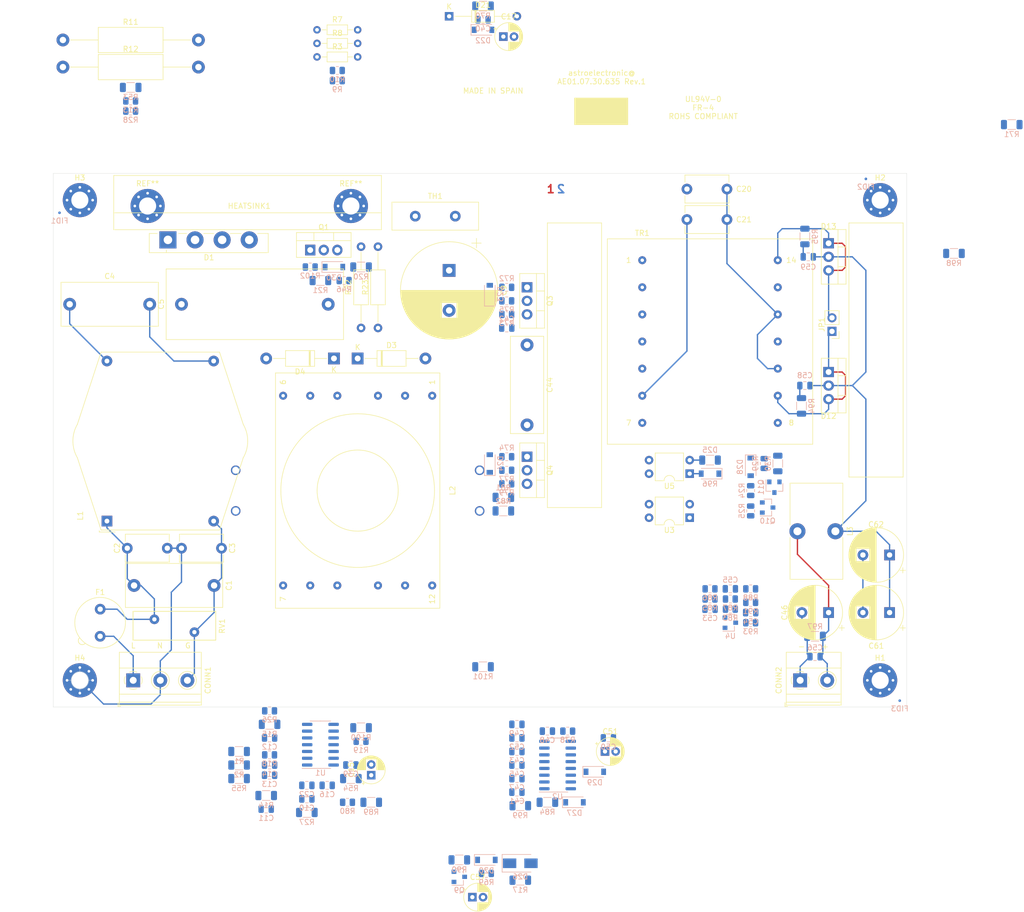
<source format=kicad_pcb>
(kicad_pcb (version 20171130) (host pcbnew 5.1.8-db9833491~87~ubuntu16.04.1)
  (layers (0 F.Cu signal) (31 B.Cu signal) (34 B.Paste user) (35 F.Paste user) (36 B.SilkS user) (37 F.SilkS user) (38 B.Mask user) (39 F.Mask user) (44 Edge.Cuts user))
  (net 0 "")
  (net 1 /NEUTRAL)
  (net 2 "Net-(C1-Pad1)")
  (net 3 GNDPWR)
  (net 4 "Net-(C4-Pad1)")
  (net 5 "Net-(C4-Pad2)")
  (net 6 "Net-(C5-Pad1)")
  (net 7 GNDREF)
  (net 8 "Net-(C10-Pad1)")
  (net 9 GND)
  (net 10 /LINE)
  (net 11 /VOUT)
  (net 12 "Net-(D3-Pad1)")
  (net 13 "Net-(D4-Pad2)")
  (net 14 "Net-(C13-Pad1)")
  (net 15 "Net-(C40-Pad2)")
  (net 16 "Net-(C40-Pad1)")
  (net 17 "Net-(C41-Pad2)")
  (net 18 "Net-(C42-Pad2)")
  (net 19 "Net-(C44-Pad1)")
  (net 20 "Net-(C44-Pad2)")
  (net 21 "Net-(C53-Pad2)")
  (net 22 "Net-(C53-Pad1)")
  (net 23 "Net-(C54-Pad2)")
  (net 24 "Net-(C55-Pad1)")
  (net 25 "Net-(C57-Pad1)")
  (net 26 "Net-(C58-Pad1)")
  (net 27 "Net-(C58-Pad2)")
  (net 28 "Net-(C59-Pad2)")
  (net 29 "Net-(D12-Pad1)")
  (net 30 "Net-(D13-Pad1)")
  (net 31 "Net-(D20-Pad1)")
  (net 32 "Net-(D23-Pad2)")
  (net 33 "Net-(D24-Pad2)")
  (net 34 "Net-(D25-Pad2)")
  (net 35 "Net-(D26-Pad2)")
  (net 36 "Net-(D28-Pad2)")
  (net 37 "Net-(U1-Pad6)")
  (net 38 "Net-(R80-Pad1)")
  (net 39 "Net-(R100-Pad2)")
  (net 40 "Net-(R19-Pad2)")
  (net 41 "Net-(R99-Pad1)")
  (net 42 "Net-(U2-Pad12)")
  (net 43 "Net-(Q1-Pad1)")
  (net 44 "Net-(Q1-Pad3)")
  (net 45 "Net-(Q3-Pad1)")
  (net 46 "Net-(Q4-Pad1)")
  (net 47 "Net-(Q10-Pad1)")
  (net 48 "Net-(Q10-Pad2)")
  (net 49 "Net-(Q11-Pad2)")
  (net 50 "Net-(R1-Pad2)")
  (net 51 "Net-(R2-Pad2)")
  (net 52 "Net-(R13-Pad1)")
  (net 53 "Net-(R100-Pad1)")
  (net 54 "Net-(R20-Pad2)")
  (net 55 "Net-(R20-Pad1)")
  (net 56 "Net-(R12-Pad2)")
  (net 57 "Net-(R83-Pad2)")
  (net 58 "Net-(R96-Pad1)")
  (net 59 /HVSTART)
  (net 60 /MULT)
  (net 61 /VFF)
  (net 62 /COMP)
  (net 63 /VIN)
  (net 64 /VCC_CTRL)
  (net 65 /RUN)
  (net 66 /CS)
  (net 67 /VCC_PFC)
  (net 68 /FGND)
  (net 69 /SS)
  (net 70 /ISEN)
  (net 71 /DIS)
  (net 72 /DSC)
  (net 73 /VREF)
  (net 74 /HVG)
  (net 75 /LVG)
  (net 76 /BIAS)
  (net 77 /GD)
  (net 78 "Net-(R3-Pad1)")
  (net 79 "Net-(R7-Pad2)")
  (net 80 "Net-(R11-Pad2)")
  (net 81 "Net-(D30-Pad2)")
  (net 82 "Net-(L2-Pad8)")
  (module AE01.17.38.000:ETD34_lr_h14_-1_rtg (layer F.Cu) (at 198.11 81.5)
    (fp_text reference TR1 (at -12.7 -20.32) (layer F.SilkS))
    (fp_text value 1754.0004)
    (fp_text user 14 (at 15.24 -15.24) (layer F.SilkS))
    (fp_text user 8 (at 15.24 15.24) (layer F.SilkS))
    (fp_text user 7 (at -15.24 15.24) (layer F.SilkS))
    (fp_text user 1 (at -15.24 -15.24) (layer F.SilkS))
    (pad 14 thru_hole circle (at 12.7 -15.24) (size 1.5 1.5) (drill 0.65) (layers *.Cu *.Mask) (net 30 "Net-(D13-Pad1)"))
    (pad 13 thru_hole circle (at 12.7 -10.16) (size 1.5 1.5) (drill 0.65) (layers *.Cu *.Mask))
    (pad 12 thru_hole circle (at 12.7 -5.08) (size 1.5 1.5) (drill 0.65) (layers *.Cu *.Mask) (net 9 GND))
    (pad 11 thru_hole circle (at 12.7 0) (size 1.5 1.5) (drill 0.65) (layers *.Cu *.Mask))
    (pad 10 thru_hole circle (at 12.7 5.08) (size 1.5 1.5) (drill 0.65) (layers *.Cu *.Mask) (net 9 GND))
    (pad 9 thru_hole circle (at 12.7 10.16) (size 1.5 1.5) (drill 0.65) (layers *.Cu *.Mask) (net 29 "Net-(D12-Pad1)"))
    (pad 8 thru_hole circle (at 12.7 15.24) (size 1.5 1.5) (drill 0.65) (layers *.Cu *.Mask))
    (pad 7 thru_hole circle (at -12.7 15.24) (size 1.5 1.5) (drill 0.65) (layers *.Cu *.Mask))
    (pad 6 thru_hole circle (at -12.7 10.16) (size 1.5 1.5) (drill 0.65) (layers *.Cu *.Mask) (net 7 GNDREF))
    (pad 5 thru_hole circle (at -12.7 5.08) (size 1.5 1.5) (drill 0.65) (layers *.Cu *.Mask) (net 76 /BIAS))
    (pad 4 thru_hole circle (at -12.7 0) (size 1.5 1.5) (drill 0.65) (layers *.Cu *.Mask) (net 19 "Net-(C44-Pad1)"))
    (pad 3 thru_hole circle (at -12.7 -5.08) (size 1.5 1.5) (drill 0.65) (layers *.Cu *.Mask))
    (pad 2 thru_hole circle (at -12.7 -10.16) (size 1.5 1.5) (drill 0.65) (layers *.Cu *.Mask) (net 68 /FGND))
    (pad 1 thru_hole circle (at -12.7 -15.24) (size 1.5 1.5) (drill 0.65) (layers *.Cu *.Mask))
  )
  (module AE01.17.38.000:RM14-LP_mF_1k_12-8_lo_rtg (layer F.Cu) (at 132.07 109.44 270)
    (fp_text reference L2 (at 0 -17.78 90) (layer F.SilkS))
    (fp_text value 1825.0001)
    (fp_text user 12 (at 20.32 -13.97 90) (layer F.SilkS))
    (fp_text user 7 (at 20.32 13.97 90) (layer F.SilkS))
    (fp_text user 6 (at -20.32 13.97 90) (layer F.SilkS))
    (fp_text user 1 (at -20.32 -13.97 90) (layer F.SilkS))
    (pad "" np_thru_hole circle (at 3.81 22.86 270) (size 1.8 1.8) (drill 1.3) (layers *.Cu *.Mask))
    (pad "" np_thru_hole circle (at -3.81 22.86 270) (size 1.8 1.8) (drill 1.3) (layers *.Cu *.Mask))
    (pad "" np_thru_hole circle (at -3.81 -22.86 270) (size 1.8 1.8) (drill 1.3) (layers *.Cu *.Mask))
    (pad "" np_thru_hole circle (at 3.81 -22.86 270) (size 1.8 1.8) (drill 1.3) (layers *.Cu *.Mask))
    (pad 1 thru_hole circle (at -17.78 -13.97 270) (size 1.5 1.5) (drill 0.65) (layers *.Cu *.Mask))
    (pad 2 thru_hole circle (at -17.78 -8.89 270) (size 1.5 1.5) (drill 0.65) (layers *.Cu *.Mask))
    (pad 3 thru_hole circle (at -17.78 -3.81 270) (size 1.5 1.5) (drill 0.65) (layers *.Cu *.Mask) (net 13 "Net-(D4-Pad2)"))
    (pad 4 thru_hole circle (at -17.78 3.81 270) (size 1.5 1.5) (drill 0.65) (layers *.Cu *.Mask))
    (pad 5 thru_hole circle (at -17.78 8.89 270) (size 1.5 1.5) (drill 0.65) (layers *.Cu *.Mask) (net 6 "Net-(C5-Pad1)"))
    (pad 6 thru_hole circle (at -17.78 13.97 270) (size 1.5 1.5) (drill 0.65) (layers *.Cu *.Mask))
    (pad 7 thru_hole circle (at 17.78 13.97 270) (size 1.5 1.5) (drill 0.65) (layers *.Cu *.Mask))
    (pad 8 thru_hole circle (at 17.78 8.89 270) (size 1.5 1.5) (drill 0.65) (layers *.Cu *.Mask) (net 82 "Net-(L2-Pad8)"))
    (pad 9 thru_hole circle (at 17.78 3.81 270) (size 1.5 1.5) (drill 0.65) (layers *.Cu *.Mask))
    (pad 10 thru_hole circle (at 17.78 -3.81 270) (size 1.5 1.5) (drill 0.65) (layers *.Cu *.Mask) (net 7 GNDREF))
    (pad 11 thru_hole circle (at 17.78 -8.89 270) (size 1.5 1.5) (drill 0.65) (layers *.Cu *.Mask))
    (pad 12 thru_hole circle (at 17.78 -13.97 270) (size 1.5 1.5) (drill 0.65) (layers *.Cu *.Mask))
  )
  (module MountingHole:MountingHole_3.2mm_M3_Pad_Via (layer F.Cu) (at 130.8 56.1)
    (fp_text reference REF** (at 0 -4.2) (layer F.SilkS))
    (fp_text value MountingHole_3.2mm_M3_Pad_Via)
    (pad 1 thru_hole circle (at 1.697056 -1.697056) (size 0.8 0.8) (drill 0.5) (layers *.Cu *.Mask))
    (pad 1 thru_hole circle (at 0 -2.4) (size 0.8 0.8) (drill 0.5) (layers *.Cu *.Mask))
    (pad 1 thru_hole circle (at -1.697056 -1.697056) (size 0.8 0.8) (drill 0.5) (layers *.Cu *.Mask))
    (pad 1 thru_hole circle (at -2.4 0) (size 0.8 0.8) (drill 0.5) (layers *.Cu *.Mask))
    (pad 1 thru_hole circle (at -1.697056 1.697056) (size 0.8 0.8) (drill 0.5) (layers *.Cu *.Mask))
    (pad 1 thru_hole circle (at 0 2.4) (size 0.8 0.8) (drill 0.5) (layers *.Cu *.Mask))
    (pad 1 thru_hole circle (at 1.697056 1.697056) (size 0.8 0.8) (drill 0.5) (layers *.Cu *.Mask))
    (pad 1 thru_hole circle (at 2.4 0) (size 0.8 0.8) (drill 0.5) (layers *.Cu *.Mask))
    (pad 1 thru_hole circle (at 0 0) (size 6.4 6.4) (drill 3.2) (layers *.Cu *.Mask))
  )
  (module MountingHole:MountingHole_3.2mm_M3_Pad_Via (layer F.Cu) (at 92.7 56.1)
    (fp_text reference REF** (at 0 -4.2) (layer F.SilkS))
    (fp_text value MountingHole_3.2mm_M3_Pad_Via)
    (pad 1 thru_hole circle (at 1.697056 -1.697056) (size 0.8 0.8) (drill 0.5) (layers *.Cu *.Mask))
    (pad 1 thru_hole circle (at 0 -2.4) (size 0.8 0.8) (drill 0.5) (layers *.Cu *.Mask))
    (pad 1 thru_hole circle (at -1.697056 -1.697056) (size 0.8 0.8) (drill 0.5) (layers *.Cu *.Mask))
    (pad 1 thru_hole circle (at -2.4 0) (size 0.8 0.8) (drill 0.5) (layers *.Cu *.Mask))
    (pad 1 thru_hole circle (at -1.697056 1.697056) (size 0.8 0.8) (drill 0.5) (layers *.Cu *.Mask))
    (pad 1 thru_hole circle (at 0 2.4) (size 0.8 0.8) (drill 0.5) (layers *.Cu *.Mask))
    (pad 1 thru_hole circle (at 1.697056 1.697056) (size 0.8 0.8) (drill 0.5) (layers *.Cu *.Mask))
    (pad 1 thru_hole circle (at 2.4 0) (size 0.8 0.8) (drill 0.5) (layers *.Cu *.Mask))
    (pad 1 thru_hole circle (at 0 0) (size 6.4 6.4) (drill 3.2) (layers *.Cu *.Mask))
  )
  (module Capacitor_THT:C_Rect_L18.0mm_W8.0mm_P15.00mm_FKS3_FKP3 (layer F.Cu) (at 90.16 127.22)
    (fp_text reference C1 (at 17.78 0 90) (layer F.SilkS))
    (fp_text value 470n/X2)
    (pad 2 thru_hole circle (at 15 0) (size 2.4 2.4) (drill 1.2) (layers *.Cu *.Mask) (net 1 /NEUTRAL))
    (pad 1 thru_hole circle (at 0 0) (size 2.4 2.4) (drill 1.2) (layers *.Cu *.Mask) (net 2 "Net-(C1-Pad1)"))
  )
  (module Capacitor_THT:C_Disc_D8.0mm_W5.0mm_P7.50mm (layer F.Cu) (at 88.89 120.235)
    (fp_text reference C2 (at -1.905 0 90) (layer F.SilkS))
    (fp_text value 2n2/Y2)
    (pad 2 thru_hole circle (at 7.5 0) (size 2 2) (drill 1) (layers *.Cu *.Mask) (net 3 GNDPWR))
    (pad 1 thru_hole circle (at 0 0) (size 2 2) (drill 1) (layers *.Cu *.Mask) (net 2 "Net-(C1-Pad1)"))
  )
  (module Capacitor_THT:C_Disc_D8.0mm_W5.0mm_P7.50mm (layer F.Cu) (at 99.05 120.235)
    (fp_text reference C3 (at 9.525 0 90) (layer F.SilkS))
    (fp_text value 2n2/Y2)
    (pad 1 thru_hole circle (at 0 0) (size 2 2) (drill 1) (layers *.Cu *.Mask) (net 3 GNDPWR))
    (pad 2 thru_hole circle (at 7.5 0) (size 2 2) (drill 1) (layers *.Cu *.Mask) (net 1 /NEUTRAL))
  )
  (module Capacitor_THT:C_Rect_L18.0mm_W8.0mm_P15.00mm_FKS3_FKP3 (layer F.Cu) (at 78.095 74.515)
    (fp_text reference C4 (at 7.5 -5.25) (layer F.SilkS))
    (fp_text value 470n/X2)
    (pad 1 thru_hole circle (at 0 0) (size 2.4 2.4) (drill 1.2) (layers *.Cu *.Mask) (net 4 "Net-(C4-Pad1)"))
    (pad 2 thru_hole circle (at 15 0) (size 2.4 2.4) (drill 1.2) (layers *.Cu *.Mask) (net 5 "Net-(C4-Pad2)"))
  )
  (module Capacitor_THT:C_Rect_L33.0mm_W13.0mm_P27.50mm_MKS4 (layer F.Cu) (at 99.05 74.515)
    (fp_text reference C5 (at -3.81 0 90) (layer F.SilkS))
    (fp_text value 470n/400V)
    (pad 1 thru_hole circle (at 0 0) (size 2.4 2.4) (drill 1.2) (layers *.Cu *.Mask) (net 6 "Net-(C5-Pad1)"))
    (pad 2 thru_hole circle (at 27.5 0) (size 2.4 2.4) (drill 1.2) (layers *.Cu *.Mask) (net 7 GNDREF))
  )
  (module Capacitor_THT:CP_Radial_D18.0mm_P7.50mm (layer F.Cu) (at 149.215 68.165 270)
    (fp_text reference C9 (at 3.75 -10.25 90) (layer F.SilkS))
    (fp_text value 47u/450V)
    (pad 1 thru_hole rect (at 0 0 270) (size 2.4 2.4) (drill 1.2) (layers *.Cu *.Mask) (net 59 /HVSTART))
    (pad 2 thru_hole circle (at 7.5 0 270) (size 2.4 2.4) (drill 1.2) (layers *.Cu *.Mask) (net 7 GNDREF))
  )
  (module Capacitor_SMD:C_0805_2012Metric (layer B.Cu) (at 122.545 167.225)
    (fp_text reference C10 (at 0 1.68) (layer B.SilkS) (effects (justify mirror)))
    (fp_text value 1n)
    (pad 1 smd roundrect (at -0.95 0) (size 1 1.45) (layers B.Cu B.Paste B.Mask) (net 8 "Net-(C10-Pad1)"))
    (pad 2 smd roundrect (at 0.95 0) (size 1 1.45) (layers B.Cu B.Paste B.Mask) (net 7 GNDREF))
  )
  (module Capacitor_THT:C_Disc_D8.0mm_W5.0mm_P7.50mm (layer F.Cu) (at 201.285 52.925 180)
    (fp_text reference C20 (at -3.175 0) (layer F.SilkS))
    (fp_text value 2n2/Y2)
    (pad 2 thru_hole circle (at 7.5 0 180) (size 2 2) (drill 1) (layers *.Cu *.Mask) (net 59 /HVSTART))
    (pad 1 thru_hole circle (at 0 0 180) (size 2 2) (drill 1) (layers *.Cu *.Mask) (net 9 GND))
  )
  (module Capacitor_THT:C_Disc_D8.0mm_W5.0mm_P7.50mm (layer F.Cu) (at 201.285 58.64 180)
    (fp_text reference C21 (at -3.175 0) (layer F.SilkS))
    (fp_text value 2n2/Y2)
    (pad 1 thru_hole circle (at 0 0 180) (size 2 2) (drill 1) (layers *.Cu *.Mask) (net 9 GND))
    (pad 2 thru_hole circle (at 7.5 0 180) (size 2 2) (drill 1) (layers *.Cu *.Mask) (net 7 GNDREF))
  )
  (module TerminalBlock_Phoenix:TerminalBlock_Phoenix_MKDS-1,5-3-5.08_1x03_P5.08mm_Horizontal (layer F.Cu) (at 90 145)
    (fp_text reference CONN1 (at 14 0 90) (layer F.SilkS))
    (fp_text value VIN)
    (pad 1 thru_hole rect (at 0 0) (size 2.6 2.6) (drill 1.3) (layers *.Cu *.Mask) (net 10 /LINE))
    (pad 2 thru_hole circle (at 5.08 0) (size 2.6 2.6) (drill 1.3) (layers *.Cu *.Mask) (net 3 GNDPWR))
    (pad 3 thru_hole circle (at 10.16 0) (size 2.6 2.6) (drill 1.3) (layers *.Cu *.Mask) (net 1 /NEUTRAL))
  )
  (module TerminalBlock_Phoenix:TerminalBlock_Phoenix_MKDS-1,5-2-5.08_1x02_P5.08mm_Horizontal (layer F.Cu) (at 215 145)
    (fp_text reference CONN2 (at -4 0 90) (layer F.SilkS))
    (fp_text value VOUT)
    (pad 1 thru_hole rect (at 0 0) (size 2.6 2.6) (drill 1.3) (layers *.Cu *.Mask) (net 9 GND))
    (pad 2 thru_hole circle (at 5.08 0) (size 2.6 2.6) (drill 1.3) (layers *.Cu *.Mask) (net 11 /VOUT))
  )
  (module Diode_THT:Diode_Bridge_Vishay_GBU (layer F.Cu) (at 96.51 62.45)
    (fp_text reference D1 (at 7.7 3.3 180) (layer F.SilkS))
    (fp_text value GBU6M)
    (pad 4 thru_hole circle (at 15.24 0) (size 3.2 3.2) (drill 1.6) (layers *.Cu *.Mask) (net 7 GNDREF))
    (pad 3 thru_hole circle (at 10.16 0) (size 3.2 3.2) (drill 1.6) (layers *.Cu *.Mask) (net 5 "Net-(C4-Pad2)"))
    (pad 2 thru_hole circle (at 5.08 0) (size 3.2 3.2) (drill 1.6) (layers *.Cu *.Mask) (net 4 "Net-(C4-Pad1)"))
    (pad 1 thru_hole rect (at 0 0) (size 3.2 3.2) (drill 1.6) (layers *.Cu *.Mask) (net 6 "Net-(C5-Pad1)"))
  )
  (module Diode_THT:D_DO-41_SOD81_P12.70mm_Horizontal (layer F.Cu) (at 132.07 84.675)
    (fp_text reference D3 (at 6.35 -2.47) (layer F.SilkS))
    (fp_text value 1N4005)
    (fp_text user K (at 0 -2.1) (layer F.SilkS))
    (pad 1 thru_hole rect (at 0 0) (size 2.2 2.2) (drill 1.1) (layers *.Cu *.Mask) (net 12 "Net-(D3-Pad1)"))
    (pad 2 thru_hole oval (at 12.7 0) (size 2.2 2.2) (drill 1.1) (layers *.Cu *.Mask) (net 6 "Net-(C5-Pad1)"))
  )
  (module Fuse:Fuseholder_TR5_Littelfuse_No560_No460 (layer F.Cu) (at 83.81 131.665 270)
    (fp_text reference F1 (at -3.175 0 180) (layer F.SilkS))
    (fp_text value 4AT)
    (pad 1 thru_hole circle (at 0 0 270) (size 2 2) (drill 1) (layers *.Cu *.Mask) (net 2 "Net-(C1-Pad1)"))
    (pad 2 thru_hole circle (at 5.08 0.01 270) (size 2 2) (drill 1) (layers *.Cu *.Mask) (net 10 /LINE))
  )
  (module Varistor:RV_Disc_D15.5mm_W5.4mm_P7.5mm (layer F.Cu) (at 93.97 133.57)
    (fp_text reference RV1 (at 12.7 1.27 90) (layer F.SilkS))
    (fp_text value 275V)
    (pad 1 thru_hole circle (at 0 0) (size 1.8 1.8) (drill 0.8) (layers *.Cu *.Mask) (net 2 "Net-(C1-Pad1)"))
    (pad 2 thru_hole circle (at 7.5 2.4) (size 1.8 1.8) (drill 0.8) (layers *.Cu *.Mask) (net 1 /NEUTRAL))
  )
  (module Capacitor_THT:C_Disc_D16.0mm_W5.0mm_P7.50mm (layer F.Cu) (at 142.865 58.005)
    (fp_text reference TH1 (at 3.75 -3.75) (layer F.SilkS))
    (fp_text value 2R5)
    (pad 1 thru_hole circle (at 0 0) (size 2 2) (drill 1) (layers *.Cu *.Mask) (net 12 "Net-(D3-Pad1)"))
    (pad 2 thru_hole circle (at 7.5 0) (size 2 2) (drill 1) (layers *.Cu *.Mask) (net 59 /HVSTART))
  )
  (module Capacitor_SMD:C_0805_2012Metric (layer B.Cu) (at 114.925 169.13)
    (fp_text reference C11 (at 0 1.68) (layer B.SilkS) (effects (justify mirror)))
    (fp_text value 10n)
    (pad 2 smd roundrect (at 0.95 0) (size 1 1.45) (layers B.Cu B.Paste B.Mask) (net 7 GNDREF))
    (pad 1 smd roundrect (at -0.95 0) (size 1 1.45) (layers B.Cu B.Paste B.Mask) (net 60 /MULT))
  )
  (module Capacitor_SMD:C_0805_2012Metric (layer B.Cu) (at 115.56 155.795)
    (fp_text reference C12 (at 0 1.68) (layer B.SilkS) (effects (justify mirror)))
    (fp_text value 470n)
    (pad 1 smd roundrect (at -0.95 0) (size 1 1.45) (layers B.Cu B.Paste B.Mask) (net 61 /VFF))
    (pad 2 smd roundrect (at 0.95 0) (size 1 1.45) (layers B.Cu B.Paste B.Mask) (net 7 GNDREF))
  )
  (module Capacitor_SMD:C_0805_2012Metric (layer B.Cu) (at 115.56 162.78)
    (fp_text reference C13 (at 0 1.68) (layer B.SilkS) (effects (justify mirror)))
    (fp_text value 1u)
    (pad 1 smd roundrect (at -0.95 0) (size 1 1.45) (layers B.Cu B.Paste B.Mask) (net 14 "Net-(C13-Pad1)"))
    (pad 2 smd roundrect (at 0.95 0) (size 1 1.45) (layers B.Cu B.Paste B.Mask) (net 62 /COMP))
  )
  (module Capacitor_SMD:C_0805_2012Metric (layer B.Cu) (at 115.56 160.875)
    (fp_text reference C14 (at 0 1.68) (layer B.SilkS) (effects (justify mirror)))
    (fp_text value 100n)
    (pad 2 smd roundrect (at 0.95 0) (size 1 1.45) (layers B.Cu B.Paste B.Mask) (net 62 /COMP))
    (pad 1 smd roundrect (at -0.95 0) (size 1 1.45) (layers B.Cu B.Paste B.Mask) (net 63 /VIN))
  )
  (module Capacitor_THT:CP_Radial_D5.0mm_P2.00mm (layer F.Cu) (at 134.61 162.78 90)
    (fp_text reference C15 (at 1 -3.75 90) (layer F.SilkS))
    (fp_text value 22u)
    (pad 1 thru_hole rect (at 0 0 90) (size 1.6 1.6) (drill 0.8) (layers *.Cu *.Mask) (net 64 /VCC_CTRL))
    (pad 2 thru_hole circle (at 2 0 90) (size 1.6 1.6) (drill 0.8) (layers *.Cu *.Mask) (net 7 GNDREF))
  )
  (module Capacitor_SMD:C_0805_2012Metric (layer B.Cu) (at 126.355 164.685)
    (fp_text reference C16 (at 0 1.68) (layer B.SilkS) (effects (justify mirror)))
    (fp_text value 1n)
    (pad 1 smd roundrect (at -0.95 0) (size 1 1.45) (layers B.Cu B.Paste B.Mask) (net 65 /RUN))
    (pad 2 smd roundrect (at 0.95 0) (size 1 1.45) (layers B.Cu B.Paste B.Mask) (net 7 GNDREF))
  )
  (module Capacitor_THT:CP_Radial_D5.0mm_P2.00mm (layer F.Cu) (at 159.375 24.35)
    (fp_text reference C17 (at 1 -3.75) (layer F.SilkS))
    (fp_text value N.M.)
    (pad 2 thru_hole circle (at 2 0) (size 1.6 1.6) (drill 0.8) (layers *.Cu *.Mask) (net 7 GNDREF))
    (pad 1 thru_hole rect (at 0 0) (size 1.6 1.6) (drill 0.8) (layers *.Cu *.Mask) (net 64 /VCC_CTRL))
  )
  (module Capacitor_SMD:C_0805_2012Metric (layer B.Cu) (at 122.545 164.685)
    (fp_text reference C22 (at 0 1.68) (layer B.SilkS) (effects (justify mirror)))
    (fp_text value 220p)
    (pad 1 smd roundrect (at -0.95 0) (size 1 1.45) (layers B.Cu B.Paste B.Mask) (net 66 /CS))
    (pad 2 smd roundrect (at 0.95 0) (size 1 1.45) (layers B.Cu B.Paste B.Mask) (net 7 GNDREF))
  )
  (module Capacitor_SMD:C_0805_2012Metric (layer B.Cu) (at 130.8 160.875)
    (fp_text reference C39 (at 0 1.68) (layer B.SilkS) (effects (justify mirror)))
    (fp_text value 100n)
    (pad 1 smd roundrect (at -0.95 0) (size 1 1.45) (layers B.Cu B.Paste B.Mask) (net 67 /VCC_PFC))
    (pad 2 smd roundrect (at 0.95 0) (size 1 1.45) (layers B.Cu B.Paste B.Mask) (net 7 GNDREF))
  )
  (module Capacitor_SMD:C_0805_2012Metric (layer B.Cu) (at 155.565 21.175)
    (fp_text reference C40 (at 0 1.68) (layer B.SilkS) (effects (justify mirror)))
    (fp_text value 10n)
    (pad 2 smd roundrect (at 0.95 0) (size 1 1.45) (layers B.Cu B.Paste B.Mask) (net 15 "Net-(C40-Pad2)"))
    (pad 1 smd roundrect (at -0.95 0) (size 1 1.45) (layers B.Cu B.Paste B.Mask) (net 16 "Net-(C40-Pad1)"))
  )
  (module Capacitor_SMD:C_0805_2012Metric (layer B.Cu) (at 161.915 165.955)
    (fp_text reference C41 (at 0 1.68) (layer B.SilkS) (effects (justify mirror)))
    (fp_text value 4n7)
    (pad 1 smd roundrect (at -0.95 0) (size 1 1.45) (layers B.Cu B.Paste B.Mask) (net 7 GNDREF))
    (pad 2 smd roundrect (at 0.95 0) (size 1 1.45) (layers B.Cu B.Paste B.Mask) (net 17 "Net-(C41-Pad2)"))
  )
  (module Capacitor_SMD:C_0805_2012Metric (layer B.Cu) (at 160.01 78.96 180)
    (fp_text reference C42 (at 0 1.68) (layer B.SilkS) (effects (justify mirror)))
    (fp_text value 100n)
    (pad 2 smd roundrect (at 0.95 0 180) (size 1 1.45) (layers B.Cu B.Paste B.Mask) (net 18 "Net-(C42-Pad2)"))
    (pad 1 smd roundrect (at -0.95 0 180) (size 1 1.45) (layers B.Cu B.Paste B.Mask) (net 68 /FGND))
  )
  (module Capacitor_SMD:C_0805_2012Metric (layer B.Cu) (at 161.915 158.335)
    (fp_text reference C43 (at 0 1.68) (layer B.SilkS) (effects (justify mirror)))
    (fp_text value 10n)
    (pad 2 smd roundrect (at 0.95 0) (size 1 1.45) (layers B.Cu B.Paste B.Mask) (net 69 /SS))
    (pad 1 smd roundrect (at -0.95 0) (size 1 1.45) (layers B.Cu B.Paste B.Mask) (net 7 GNDREF))
  )
  (module Capacitor_THT:C_Rect_L18.0mm_W6.0mm_P15.00mm_FKS3_FKP3 (layer F.Cu) (at 163.82 82.135 270)
    (fp_text reference C44 (at 7.5 -4.25 90) (layer F.SilkS))
    (fp_text value 220n/250V)
    (pad 1 thru_hole circle (at 0 0 270) (size 2.4 2.4) (drill 1.2) (layers *.Cu *.Mask) (net 19 "Net-(C44-Pad1)"))
    (pad 2 thru_hole circle (at 15 0 270) (size 2.4 2.4) (drill 1.2) (layers *.Cu *.Mask) (net 20 "Net-(C44-Pad2)"))
  )
  (module Capacitor_SMD:C_0805_2012Metric (layer B.Cu) (at 161.915 160.875)
    (fp_text reference C45 (at 0 1.68) (layer B.SilkS) (effects (justify mirror)))
    (fp_text value 220p)
    (pad 1 smd roundrect (at -0.95 0) (size 1 1.45) (layers B.Cu B.Paste B.Mask) (net 7 GNDREF))
    (pad 2 smd roundrect (at 0.95 0) (size 1 1.45) (layers B.Cu B.Paste B.Mask) (net 70 /ISEN))
  )
  (module Capacitor_THT:CP_Radial_D10.0mm_P5.00mm (layer F.Cu) (at 220.335 132.3 180)
    (fp_text reference C46 (at 8.255 0 90) (layer F.SilkS))
    (fp_text value 1000u/25V)
    (pad 1 thru_hole rect (at 0 0 180) (size 2 2) (drill 1) (layers *.Cu *.Mask) (net 11 /VOUT))
    (pad 2 thru_hole circle (at 5 0 180) (size 2 2) (drill 1) (layers *.Cu *.Mask) (net 9 GND))
  )
  (module Capacitor_SMD:C_0805_2012Metric (layer B.Cu) (at 161.915 163.415)
    (fp_text reference C47 (at 0 1.68) (layer B.SilkS) (effects (justify mirror)))
    (fp_text value 2n2)
    (pad 2 smd roundrect (at 0.95 0) (size 1 1.45) (layers B.Cu B.Paste B.Mask) (net 71 /DIS))
    (pad 1 smd roundrect (at -0.95 0) (size 1 1.45) (layers B.Cu B.Paste B.Mask) (net 7 GNDREF))
  )
  (module Capacitor_SMD:C_0805_2012Metric (layer B.Cu) (at 167.63 154.525)
    (fp_text reference C48 (at 0 1.68) (layer B.SilkS) (effects (justify mirror)))
    (fp_text value 6n8)
    (pad 2 smd roundrect (at 0.95 0) (size 1 1.45) (layers B.Cu B.Paste B.Mask) (net 7 GNDREF))
    (pad 1 smd roundrect (at -0.95 0) (size 1 1.45) (layers B.Cu B.Paste B.Mask) (net 62 /COMP))
  )
  (module Capacitor_SMD:C_0805_2012Metric (layer B.Cu) (at 161.915 153.255)
    (fp_text reference C49 (at 0 1.68) (layer B.SilkS) (effects (justify mirror)))
    (fp_text value 330p)
    (pad 2 smd roundrect (at 0.95 0) (size 1 1.45) (layers B.Cu B.Paste B.Mask) (net 7 GNDREF))
    (pad 1 smd roundrect (at -0.95 0) (size 1 1.45) (layers B.Cu B.Paste B.Mask) (net 72 /DSC))
  )
  (module Capacitor_SMD:C_0805_2012Metric (layer B.Cu) (at 179.06 155.795)
    (fp_text reference C50 (at 0 1.68) (layer B.SilkS) (effects (justify mirror)))
    (fp_text value 100n)
    (pad 1 smd roundrect (at -0.95 0) (size 1 1.45) (layers B.Cu B.Paste B.Mask) (net 64 /VCC_CTRL))
    (pad 2 smd roundrect (at 0.95 0) (size 1 1.45) (layers B.Cu B.Paste B.Mask) (net 7 GNDREF))
  )
  (module Capacitor_THT:CP_Radial_D5.0mm_P2.00mm (layer F.Cu) (at 178.425 158.335)
    (fp_text reference C51 (at 1 -3.75) (layer F.SilkS))
    (fp_text value 22u)
    (pad 2 thru_hole circle (at 2 0) (size 1.6 1.6) (drill 0.8) (layers *.Cu *.Mask) (net 7 GNDREF))
    (pad 1 thru_hole rect (at 0 0) (size 1.6 1.6) (drill 0.8) (layers *.Cu *.Mask) (net 64 /VCC_CTRL))
  )
  (module Capacitor_SMD:C_0805_2012Metric (layer B.Cu) (at 161.915 155.795)
    (fp_text reference C52 (at 0 1.68) (layer B.SilkS) (effects (justify mirror)))
    (fp_text value 100n)
    (pad 1 smd roundrect (at -0.95 0) (size 1 1.45) (layers B.Cu B.Paste B.Mask) (net 73 /VREF))
    (pad 2 smd roundrect (at 0.95 0) (size 1 1.45) (layers B.Cu B.Paste B.Mask) (net 7 GNDREF))
  )
  (module Capacitor_SMD:C_0805_2012Metric (layer B.Cu) (at 198.11 131.665)
    (fp_text reference C53 (at 0 1.68) (layer B.SilkS) (effects (justify mirror)))
    (fp_text value N.M.)
    (pad 2 smd roundrect (at 0.95 0) (size 1 1.45) (layers B.Cu B.Paste B.Mask) (net 21 "Net-(C53-Pad2)"))
    (pad 1 smd roundrect (at -0.95 0) (size 1 1.45) (layers B.Cu B.Paste B.Mask) (net 22 "Net-(C53-Pad1)"))
  )
  (module Capacitor_SMD:C_0805_2012Metric (layer B.Cu) (at 205.73 132.3)
    (fp_text reference C54 (at 0 1.68) (layer B.SilkS) (effects (justify mirror)))
    (fp_text value 1u)
    (pad 1 smd roundrect (at -0.95 0) (size 1 1.45) (layers B.Cu B.Paste B.Mask) (net 22 "Net-(C53-Pad1)"))
    (pad 2 smd roundrect (at 0.95 0) (size 1 1.45) (layers B.Cu B.Paste B.Mask) (net 23 "Net-(C54-Pad2)"))
  )
  (module Capacitor_SMD:C_0805_2012Metric (layer B.Cu) (at 201.92 127.855 180)
    (fp_text reference C55 (at 0 1.68) (layer B.SilkS) (effects (justify mirror)))
    (fp_text value N.M.)
    (pad 2 smd roundrect (at 0.95 0 180) (size 1 1.45) (layers B.Cu B.Paste B.Mask) (net 22 "Net-(C53-Pad1)"))
    (pad 1 smd roundrect (at -0.95 0 180) (size 1 1.45) (layers B.Cu B.Paste B.Mask) (net 24 "Net-(C55-Pad1)"))
  )
  (module Capacitor_SMD:C_0805_2012Metric (layer B.Cu) (at 217.795 140.555 180)
    (fp_text reference C56 (at 0 1.68) (layer B.SilkS) (effects (justify mirror)))
    (fp_text value 100n)
    (pad 1 smd roundrect (at -0.95 0 180) (size 1 1.45) (layers B.Cu B.Paste B.Mask) (net 11 /VOUT))
    (pad 2 smd roundrect (at 0.95 0 180) (size 1 1.45) (layers B.Cu B.Paste B.Mask) (net 9 GND))
  )
  (module Capacitor_THT:CP_Radial_D5.0mm_P2.00mm (layer F.Cu) (at 153.565 185.64)
    (fp_text reference C57 (at 1 -3.75) (layer F.SilkS))
    (fp_text value N.M.)
    (pad 1 thru_hole rect (at 0 0) (size 1.6 1.6) (drill 0.8) (layers *.Cu *.Mask) (net 25 "Net-(C57-Pad1)"))
    (pad 2 thru_hole circle (at 2 0) (size 1.6 1.6) (drill 0.8) (layers *.Cu *.Mask) (net 7 GNDREF))
  )
  (module Capacitor_SMD:C_0805_2012Metric (layer B.Cu) (at 215.89 89.755 180)
    (fp_text reference C58 (at 0 1.905) (layer B.SilkS) (effects (justify mirror)))
    (fp_text value 1n8)
    (pad 1 smd roundrect (at -0.95 0 180) (size 1 1.45) (layers B.Cu B.Paste B.Mask) (net 26 "Net-(C58-Pad1)"))
    (pad 2 smd roundrect (at 0.95 0 180) (size 1 1.45) (layers B.Cu B.Paste B.Mask) (net 27 "Net-(C58-Pad2)"))
  )
  (module Capacitor_SMD:C_0805_2012Metric (layer B.Cu) (at 216.525 65.625 180)
    (fp_text reference C59 (at 0 -1.905) (layer B.SilkS) (effects (justify mirror)))
    (fp_text value 470p)
    (pad 2 smd roundrect (at 0.95 0 180) (size 1 1.45) (layers B.Cu B.Paste B.Mask) (net 28 "Net-(C59-Pad2)"))
    (pad 1 smd roundrect (at -0.95 0 180) (size 1 1.45) (layers B.Cu B.Paste B.Mask) (net 26 "Net-(C58-Pad1)"))
  )
  (module Capacitor_THT:CP_Radial_D10.0mm_P5.00mm (layer F.Cu) (at 231.765 132.3 180)
    (fp_text reference C61 (at 2.5 -6.25) (layer F.SilkS))
    (fp_text value N.M.)
    (pad 2 thru_hole circle (at 5 0 180) (size 2 2) (drill 1) (layers *.Cu *.Mask) (net 9 GND))
    (pad 1 thru_hole rect (at 0 0 180) (size 2 2) (drill 1) (layers *.Cu *.Mask) (net 26 "Net-(C58-Pad1)"))
  )
  (module Capacitor_THT:CP_Radial_D10.0mm_P5.00mm (layer F.Cu) (at 231.765 121.505 180)
    (fp_text reference C62 (at 2.54 5.715) (layer F.SilkS))
    (fp_text value N.M.)
    (pad 1 thru_hole rect (at 0 0 180) (size 2 2) (drill 1) (layers *.Cu *.Mask) (net 26 "Net-(C58-Pad1)"))
    (pad 2 thru_hole circle (at 5 0 180) (size 2 2) (drill 1) (layers *.Cu *.Mask) (net 9 GND))
  )
  (module Package_TO_SOT_THT:TO-220-3_Vertical (layer F.Cu) (at 220.335 87.215 270)
    (fp_text reference D12 (at 8.255 0 180) (layer F.SilkS))
    (fp_text value STPS16L40CT)
    (pad 3 thru_hole oval (at 5.08 0 270) (size 1.905 2) (drill 1.1) (layers *.Cu *.Mask) (net 29 "Net-(D12-Pad1)"))
    (pad 2 thru_hole oval (at 2.54 0 270) (size 1.905 2) (drill 1.1) (layers *.Cu *.Mask) (net 26 "Net-(C58-Pad1)"))
    (pad 1 thru_hole rect (at 0 0 270) (size 1.905 2) (drill 1.1) (layers *.Cu *.Mask) (net 29 "Net-(D12-Pad1)"))
  )
  (module Package_TO_SOT_THT:TO-220-3_Vertical (layer F.Cu) (at 220.335 63.085 270)
    (fp_text reference D13 (at -3.175 0) (layer F.SilkS))
    (fp_text value STPS30100ST)
    (pad 1 thru_hole rect (at 0 0 270) (size 1.905 2) (drill 1.1) (layers *.Cu *.Mask) (net 30 "Net-(D13-Pad1)"))
    (pad 2 thru_hole oval (at 2.54 0 270) (size 1.905 2) (drill 1.1) (layers *.Cu *.Mask) (net 26 "Net-(C58-Pad1)"))
    (pad 3 thru_hole oval (at 5.08 0 270) (size 1.905 2) (drill 1.1) (layers *.Cu *.Mask) (net 30 "Net-(D13-Pad1)"))
  )
  (module Diode_SMD:D_SOD-123 (layer B.Cu) (at 156.2 178.655)
    (fp_text reference D20 (at 0 2) (layer B.SilkS) (effects (justify mirror)))
    (fp_text value N.M.)
    (pad 2 smd rect (at 1.65 0) (size 0.9 1.2) (layers B.Cu B.Paste B.Mask) (net 7 GNDREF))
    (pad 1 smd rect (at -1.65 0) (size 0.9 1.2) (layers B.Cu B.Paste B.Mask) (net 31 "Net-(D20-Pad1)"))
  )
  (module Diode_THT:D_DO-35_SOD27_P12.70mm_Horizontal (layer F.Cu) (at 149.215 20.54)
    (fp_text reference D21 (at 6.35 -2.12) (layer F.SilkS))
    (fp_text value 1N4148)
    (fp_text user K (at 0 -1.8) (layer F.SilkS))
    (pad 1 thru_hole rect (at 0 0) (size 1.6 1.6) (drill 0.8) (layers *.Cu *.Mask) (net 15 "Net-(C40-Pad2)"))
    (pad 2 thru_hole oval (at 12.7 0) (size 1.6 1.6) (drill 0.8) (layers *.Cu *.Mask) (net 7 GNDREF))
  )
  (module Diode_SMD:D_SOD-123 (layer B.Cu) (at 155.565 23.08)
    (fp_text reference D22 (at 0 2) (layer B.SilkS) (effects (justify mirror)))
    (fp_text value MMSD4148)
    (pad 1 smd rect (at -1.65 0) (size 0.9 1.2) (layers B.Cu B.Paste B.Mask) (net 64 /VCC_CTRL))
    (pad 2 smd rect (at 1.65 0) (size 0.9 1.2) (layers B.Cu B.Paste B.Mask) (net 15 "Net-(C40-Pad2)"))
  )
  (module Diode_SMD:D_SOD-123 (layer B.Cu) (at 156.835 72.61 90)
    (fp_text reference D23 (at 0 2 90) (layer B.SilkS) (effects (justify mirror)))
    (fp_text value MMSD4148)
    (pad 2 smd rect (at 1.65 0 90) (size 0.9 1.2) (layers B.Cu B.Paste B.Mask) (net 32 "Net-(D23-Pad2)"))
    (pad 1 smd rect (at -1.65 0 90) (size 0.9 1.2) (layers B.Cu B.Paste B.Mask) (net 74 /HVG))
  )
  (module Diode_SMD:D_SOD-123 (layer B.Cu) (at 156.835 104.36 90)
    (fp_text reference D24 (at 0 2 90) (layer B.SilkS) (effects (justify mirror)))
    (fp_text value MMSD4148)
    (pad 1 smd rect (at -1.65 0 90) (size 0.9 1.2) (layers B.Cu B.Paste B.Mask) (net 75 /LVG))
    (pad 2 smd rect (at 1.65 0 90) (size 0.9 1.2) (layers B.Cu B.Paste B.Mask) (net 33 "Net-(D24-Pad2)"))
  )
  (module Diode_SMD:D_SOD-123 (layer B.Cu) (at 198.11 106.265 180)
    (fp_text reference D25 (at 0 4.445) (layer B.SilkS) (effects (justify mirror)))
    (fp_text value 13V)
    (pad 2 smd rect (at 1.65 0 180) (size 0.9 1.2) (layers B.Cu B.Paste B.Mask) (net 34 "Net-(D25-Pad2)"))
    (pad 1 smd rect (at -1.65 0 180) (size 0.9 1.2) (layers B.Cu B.Paste B.Mask) (net 11 /VOUT))
  )
  (module Diode_SMD:D_SMA (layer B.Cu) (at 162.55 179.29)
    (fp_text reference D26 (at 0 2.5) (layer B.SilkS) (effects (justify mirror)))
    (fp_text value STPS1L60A)
    (pad 1 smd rect (at -2 0) (size 2.5 1.8) (layers B.Cu B.Paste B.Mask) (net 25 "Net-(C57-Pad1)"))
    (pad 2 smd rect (at 2 0) (size 2.5 1.8) (layers B.Cu B.Paste B.Mask) (net 35 "Net-(D26-Pad2)"))
  )
  (module Diode_SMD:D_SOD-123 (layer B.Cu) (at 172.71 167.86)
    (fp_text reference D27 (at 0 2) (layer B.SilkS) (effects (justify mirror)))
    (fp_text value MMSD4148)
    (pad 1 smd rect (at -1.65 0) (size 0.9 1.2) (layers B.Cu B.Paste B.Mask) (net 8 "Net-(C10-Pad1)"))
    (pad 2 smd rect (at 1.65 0) (size 0.9 1.2) (layers B.Cu B.Paste B.Mask) (net 71 /DIS))
  )
  (module Diode_SMD:D_SOD-123 (layer B.Cu) (at 205.73 104.995 270)
    (fp_text reference D28 (at 0 2 90) (layer B.SilkS) (effects (justify mirror)))
    (fp_text value 11V)
    (pad 1 smd rect (at -1.65 0 270) (size 0.9 1.2) (layers B.Cu B.Paste B.Mask) (net 11 /VOUT))
    (pad 2 smd rect (at 1.65 0 270) (size 0.9 1.2) (layers B.Cu B.Paste B.Mask) (net 36 "Net-(D28-Pad2)"))
  )
  (module Diode_SMD:D_SOD-123 (layer B.Cu) (at 176.52 162.145)
    (fp_text reference D29 (at 0 2) (layer B.SilkS) (effects (justify mirror)))
    (fp_text value MMSD4148)
    (pad 2 smd rect (at 1.65 0) (size 0.9 1.2) (layers B.Cu B.Paste B.Mask) (net 69 /SS))
    (pad 1 smd rect (at -1.65 0) (size 0.9 1.2) (layers B.Cu B.Paste B.Mask) (net 73 /VREF))
  )
  (module Fiducial:Fiducial_0.5mm_Mask1mm (layer B.Cu) (at 76.19 57.37)
    (fp_text reference FID1 (at 0 1.5) (layer B.SilkS) (effects (justify mirror)))
    (fp_text value Fiducial)
    (pad "" smd circle (at 0 0) (size 0.5 0.5) (layers B.Cu B.Mask) (clearance 0.25))
  )
  (module Fiducial:Fiducial_0.5mm_Mask1mm (layer B.Cu) (at 227.32 51.02)
    (fp_text reference FID2 (at 0 1.5) (layer B.SilkS) (effects (justify mirror)))
    (fp_text value Fiducial)
    (pad "" smd circle (at 0 0) (size 0.5 0.5) (layers B.Cu B.Mask) (clearance 0.25))
  )
  (module Fiducial:Fiducial_0.5mm_Mask1mm (layer B.Cu) (at 233.67 148.81)
    (fp_text reference FID3 (at 0 1.5) (layer B.SilkS) (effects (justify mirror)))
    (fp_text value Fiducial)
    (pad "" smd circle (at 0 0) (size 0.5 0.5) (layers B.Cu B.Mask) (clearance 0.25))
  )
  (module MountingHole:MountingHole_3.2mm_M3_Pad_Via (layer F.Cu) (at 230 145)
    (fp_text reference H1 (at 0 -4.2) (layer F.SilkS))
    (fp_text value MountingHole)
    (pad 1 thru_hole circle (at 1.697056 -1.697056) (size 0.8 0.8) (drill 0.5) (layers *.Cu *.Mask))
    (pad 1 thru_hole circle (at 0 -2.4) (size 0.8 0.8) (drill 0.5) (layers *.Cu *.Mask))
    (pad 1 thru_hole circle (at -1.697056 -1.697056) (size 0.8 0.8) (drill 0.5) (layers *.Cu *.Mask))
    (pad 1 thru_hole circle (at -2.4 0) (size 0.8 0.8) (drill 0.5) (layers *.Cu *.Mask))
    (pad 1 thru_hole circle (at -1.697056 1.697056) (size 0.8 0.8) (drill 0.5) (layers *.Cu *.Mask))
    (pad 1 thru_hole circle (at 0 2.4) (size 0.8 0.8) (drill 0.5) (layers *.Cu *.Mask))
    (pad 1 thru_hole circle (at 1.697056 1.697056) (size 0.8 0.8) (drill 0.5) (layers *.Cu *.Mask))
    (pad 1 thru_hole circle (at 2.4 0) (size 0.8 0.8) (drill 0.5) (layers *.Cu *.Mask))
    (pad 1 thru_hole circle (at 0 0) (size 6.4 6.4) (drill 3.2) (layers *.Cu *.Mask))
  )
  (module MountingHole:MountingHole_3.2mm_M3_Pad_Via (layer F.Cu) (at 230 55)
    (fp_text reference H2 (at 0 -4.2) (layer F.SilkS))
    (fp_text value MountingHole)
    (pad 1 thru_hole circle (at 0 0) (size 6.4 6.4) (drill 3.2) (layers *.Cu *.Mask))
    (pad 1 thru_hole circle (at 2.4 0) (size 0.8 0.8) (drill 0.5) (layers *.Cu *.Mask))
    (pad 1 thru_hole circle (at 1.697056 1.697056) (size 0.8 0.8) (drill 0.5) (layers *.Cu *.Mask))
    (pad 1 thru_hole circle (at 0 2.4) (size 0.8 0.8) (drill 0.5) (layers *.Cu *.Mask))
    (pad 1 thru_hole circle (at -1.697056 1.697056) (size 0.8 0.8) (drill 0.5) (layers *.Cu *.Mask))
    (pad 1 thru_hole circle (at -2.4 0) (size 0.8 0.8) (drill 0.5) (layers *.Cu *.Mask))
    (pad 1 thru_hole circle (at -1.697056 -1.697056) (size 0.8 0.8) (drill 0.5) (layers *.Cu *.Mask))
    (pad 1 thru_hole circle (at 0 -2.4) (size 0.8 0.8) (drill 0.5) (layers *.Cu *.Mask))
    (pad 1 thru_hole circle (at 1.697056 -1.697056) (size 0.8 0.8) (drill 0.5) (layers *.Cu *.Mask))
  )
  (module MountingHole:MountingHole_3.2mm_M3_Pad_Via (layer F.Cu) (at 80 145)
    (fp_text reference H4 (at 0 -4.2) (layer F.SilkS))
    (fp_text value MountingHole_Pad)
    (pad 1 thru_hole circle (at 1.697056 -1.697056) (size 0.8 0.8) (drill 0.5) (layers *.Cu *.Mask) (net 3 GNDPWR))
    (pad 1 thru_hole circle (at 0 -2.4) (size 0.8 0.8) (drill 0.5) (layers *.Cu *.Mask) (net 3 GNDPWR))
    (pad 1 thru_hole circle (at -1.697056 -1.697056) (size 0.8 0.8) (drill 0.5) (layers *.Cu *.Mask) (net 3 GNDPWR))
    (pad 1 thru_hole circle (at -2.4 0) (size 0.8 0.8) (drill 0.5) (layers *.Cu *.Mask) (net 3 GNDPWR))
    (pad 1 thru_hole circle (at -1.697056 1.697056) (size 0.8 0.8) (drill 0.5) (layers *.Cu *.Mask) (net 3 GNDPWR))
    (pad 1 thru_hole circle (at 0 2.4) (size 0.8 0.8) (drill 0.5) (layers *.Cu *.Mask) (net 3 GNDPWR))
    (pad 1 thru_hole circle (at 1.697056 1.697056) (size 0.8 0.8) (drill 0.5) (layers *.Cu *.Mask) (net 3 GNDPWR))
    (pad 1 thru_hole circle (at 2.4 0) (size 0.8 0.8) (drill 0.5) (layers *.Cu *.Mask) (net 3 GNDPWR))
    (pad 1 thru_hole circle (at 0 0) (size 6.4 6.4) (drill 3.2) (layers *.Cu *.Mask) (net 3 GNDPWR))
  )
  (module MountingHole:MountingHole_3.2mm_M3_Pad_Via (layer F.Cu) (at 80 55)
    (fp_text reference H3 (at 0 -4.2) (layer F.SilkS))
    (fp_text value MountingHole)
    (pad 1 thru_hole circle (at 0 0) (size 6.4 6.4) (drill 3.2) (layers *.Cu *.Mask))
    (pad 1 thru_hole circle (at 2.4 0) (size 0.8 0.8) (drill 0.5) (layers *.Cu *.Mask))
    (pad 1 thru_hole circle (at 1.697056 1.697056) (size 0.8 0.8) (drill 0.5) (layers *.Cu *.Mask))
    (pad 1 thru_hole circle (at 0 2.4) (size 0.8 0.8) (drill 0.5) (layers *.Cu *.Mask))
    (pad 1 thru_hole circle (at -1.697056 1.697056) (size 0.8 0.8) (drill 0.5) (layers *.Cu *.Mask))
    (pad 1 thru_hole circle (at -2.4 0) (size 0.8 0.8) (drill 0.5) (layers *.Cu *.Mask))
    (pad 1 thru_hole circle (at -1.697056 -1.697056) (size 0.8 0.8) (drill 0.5) (layers *.Cu *.Mask))
    (pad 1 thru_hole circle (at 0 -2.4) (size 0.8 0.8) (drill 0.5) (layers *.Cu *.Mask))
    (pad 1 thru_hole circle (at 1.697056 -1.697056) (size 0.8 0.8) (drill 0.5) (layers *.Cu *.Mask))
  )
  (module Connector_PinHeader_2.54mm:PinHeader_1x02_P2.54mm_Vertical (layer F.Cu) (at 220.97 79.595 180)
    (fp_text reference JP1 (at 1.905 1.27 90) (layer F.SilkS))
    (fp_text value N.M.)
    (pad 1 thru_hole rect (at 0 0 180) (size 1.7 1.7) (drill 1) (layers *.Cu *.Mask) (net 29 "Net-(D12-Pad1)"))
    (pad 2 thru_hole oval (at 0 2.54 180) (size 1.7 1.7) (drill 1) (layers *.Cu *.Mask) (net 30 "Net-(D13-Pad1)"))
  )
  (module Package_TO_SOT_THT:TO-220-3_Vertical (layer F.Cu) (at 123.18 64.355)
    (fp_text reference Q1 (at 2.54 -4.27) (layer F.SilkS))
    (fp_text value STP12NM50FP)
    (pad 1 thru_hole rect (at 0 0) (size 1.905 2) (drill 1.1) (layers *.Cu *.Mask) (net 43 "Net-(Q1-Pad1)"))
    (pad 2 thru_hole oval (at 2.54 0) (size 1.905 2) (drill 1.1) (layers *.Cu *.Mask) (net 13 "Net-(D4-Pad2)"))
    (pad 3 thru_hole oval (at 5.08 0) (size 1.905 2) (drill 1.1) (layers *.Cu *.Mask) (net 44 "Net-(Q1-Pad3)"))
  )
  (module Package_TO_SOT_THT:TO-220-3_Vertical (layer F.Cu) (at 163.82 71.34 270)
    (fp_text reference Q3 (at 2.54 -4.27 90) (layer F.SilkS))
    (fp_text value STP12NM50FP)
    (pad 3 thru_hole oval (at 5.08 0 270) (size 1.905 2) (drill 1.1) (layers *.Cu *.Mask) (net 68 /FGND))
    (pad 2 thru_hole oval (at 2.54 0 270) (size 1.905 2) (drill 1.1) (layers *.Cu *.Mask) (net 59 /HVSTART))
    (pad 1 thru_hole rect (at 0 0 270) (size 1.905 2) (drill 1.1) (layers *.Cu *.Mask) (net 45 "Net-(Q3-Pad1)"))
  )
  (module Package_TO_SOT_THT:TO-220-3_Vertical (layer F.Cu) (at 163.82 103.09 270)
    (fp_text reference Q4 (at 2.54 -4.27 90) (layer F.SilkS))
    (fp_text value STP12NM50FP)
    (pad 1 thru_hole rect (at 0 0 270) (size 1.905 2) (drill 1.1) (layers *.Cu *.Mask) (net 46 "Net-(Q4-Pad1)"))
    (pad 2 thru_hole oval (at 2.54 0 270) (size 1.905 2) (drill 1.1) (layers *.Cu *.Mask) (net 68 /FGND))
    (pad 3 thru_hole oval (at 5.08 0 270) (size 1.905 2) (drill 1.1) (layers *.Cu *.Mask) (net 20 "Net-(C44-Pad2)"))
  )
  (module Package_TO_SOT_SMD:SOT-23 (layer B.Cu) (at 151.12 181.83)
    (fp_text reference Q9 (at 0 2.5) (layer B.SilkS) (effects (justify mirror)))
    (fp_text value N.M.)
    (pad 1 smd rect (at -1 0.95) (size 0.9 0.8) (layers B.Cu B.Paste B.Mask) (net 25 "Net-(C57-Pad1)"))
    (pad 2 smd rect (at -1 -0.95) (size 0.9 0.8) (layers B.Cu B.Paste B.Mask) (net 31 "Net-(D20-Pad1)"))
    (pad 3 smd rect (at 1 0) (size 0.9 0.8) (layers B.Cu B.Paste B.Mask) (net 64 /VCC_CTRL))
  )
  (module Package_TO_SOT_SMD:SOT-23 (layer B.Cu) (at 208.905 112.615)
    (fp_text reference Q10 (at 0 2.5) (layer B.SilkS) (effects (justify mirror)))
    (fp_text value BC847C)
    (pad 1 smd rect (at -1 0.95) (size 0.9 0.8) (layers B.Cu B.Paste B.Mask) (net 47 "Net-(Q10-Pad1)"))
    (pad 2 smd rect (at -1 -0.95) (size 0.9 0.8) (layers B.Cu B.Paste B.Mask) (net 48 "Net-(Q10-Pad2)"))
    (pad 3 smd rect (at 1 0) (size 0.9 0.8) (layers B.Cu B.Paste B.Mask) (net 9 GND))
  )
  (module Package_TO_SOT_SMD:SOT-23 (layer B.Cu) (at 210.175 108.805 270)
    (fp_text reference Q11 (at 0 2.5 90) (layer B.SilkS) (effects (justify mirror)))
    (fp_text value BC847C)
    (pad 3 smd rect (at 1 0 270) (size 0.9 0.8) (layers B.Cu B.Paste B.Mask) (net 9 GND))
    (pad 2 smd rect (at -1 -0.95 270) (size 0.9 0.8) (layers B.Cu B.Paste B.Mask) (net 49 "Net-(Q11-Pad2)"))
    (pad 1 smd rect (at -1 0.95 270) (size 0.9 0.8) (layers B.Cu B.Paste B.Mask) (net 48 "Net-(Q10-Pad2)"))
  )
  (module Resistor_SMD:R_1206_3216Metric (layer B.Cu) (at 109.845 158.335)
    (fp_text reference R1 (at 0 1.82) (layer B.SilkS) (effects (justify mirror)))
    (fp_text value 1M0)
    (pad 1 smd roundrect (at -1.4625 0) (size 1.125 1.75) (layers B.Cu B.Paste B.Mask) (roundrect_rratio 0.222222) (net 6 "Net-(C5-Pad1)"))
    (pad 2 smd roundrect (at 1.4625 0) (size 1.125 1.75) (layers B.Cu B.Paste B.Mask) (roundrect_rratio 0.222222) (net 50 "Net-(R1-Pad2)"))
  )
  (module Resistor_SMD:R_1206_3216Metric (layer B.Cu) (at 109.845 160.875)
    (fp_text reference R2 (at 0 1.82) (layer B.SilkS) (effects (justify mirror)))
    (fp_text value 1M2)
    (pad 2 smd roundrect (at 1.4625 0) (size 1.125 1.75) (layers B.Cu B.Paste B.Mask) (roundrect_rratio 0.222222) (net 51 "Net-(R2-Pad2)"))
    (pad 1 smd roundrect (at -1.4625 0) (size 1.125 1.75) (layers B.Cu B.Paste B.Mask) (roundrect_rratio 0.222222) (net 50 "Net-(R1-Pad2)"))
  )
  (module Resistor_SMD:R_0805_2012Metric (layer B.Cu) (at 128.26 30.7)
    (fp_text reference R10 (at 0 1.65) (layer B.SilkS) (effects (justify mirror)))
    (fp_text value 15K)
    (pad 2 smd roundrect (at 0.9125 0) (size 1.025 1.4) (layers B.Cu B.Paste B.Mask) (roundrect_rratio 0.243902) (net 7 GNDREF))
    (pad 1 smd roundrect (at -0.9125 0) (size 1.025 1.4) (layers B.Cu B.Paste B.Mask) (roundrect_rratio 0.243902) (net 63 /VIN))
  )
  (module Resistor_SMD:R_0805_2012Metric (layer B.Cu) (at 89.525 36.415)
    (fp_text reference R13 (at 0 1.65) (layer B.SilkS) (effects (justify mirror)))
    (fp_text value 8K2)
    (pad 1 smd roundrect (at -0.9125 0) (size 1.025 1.4) (layers B.Cu B.Paste B.Mask) (roundrect_rratio 0.243902) (net 52 "Net-(R13-Pad1)"))
    (pad 2 smd roundrect (at 0.9125 0) (size 1.025 1.4) (layers B.Cu B.Paste B.Mask) (roundrect_rratio 0.243902) (net 53 "Net-(R100-Pad1)"))
  )
  (module Resistor_SMD:R_1206_3216Metric (layer B.Cu) (at 114.925 166.59)
    (fp_text reference R14 (at 0 1.82) (layer B.SilkS) (effects (justify mirror)))
    (fp_text value 18K)
    (pad 2 smd roundrect (at 1.4625 0) (size 1.125 1.75) (layers B.Cu B.Paste B.Mask) (roundrect_rratio 0.222222) (net 7 GNDREF))
    (pad 1 smd roundrect (at -1.4625 0) (size 1.125 1.75) (layers B.Cu B.Paste B.Mask) (roundrect_rratio 0.222222) (net 60 /MULT))
  )
  (module Resistor_SMD:R_1206_3216Metric (layer B.Cu) (at 115.56 153.255)
    (fp_text reference R15 (at 0 1.82) (layer B.SilkS) (effects (justify mirror)))
    (fp_text value 150K)
    (pad 2 smd roundrect (at 1.4625 0) (size 1.125 1.75) (layers B.Cu B.Paste B.Mask) (roundrect_rratio 0.222222) (net 65 /RUN))
    (pad 1 smd roundrect (at -1.4625 0) (size 1.125 1.75) (layers B.Cu B.Paste B.Mask) (roundrect_rratio 0.222222) (net 61 /VFF))
  )
  (module Resistor_SMD:R_1206_3216Metric (layer B.Cu) (at 162.55 182.465)
    (fp_text reference R17 (at 0 1.82) (layer B.SilkS) (effects (justify mirror)))
    (fp_text value 0R0)
    (pad 2 smd roundrect (at 1.4625 0) (size 1.125 1.75) (layers B.Cu B.Paste B.Mask) (roundrect_rratio 0.222222) (net 35 "Net-(D26-Pad2)"))
    (pad 1 smd roundrect (at -1.4625 0) (size 1.125 1.75) (layers B.Cu B.Paste B.Mask) (roundrect_rratio 0.222222) (net 76 /BIAS))
  )
  (module Resistor_SMD:R_0805_2012Metric (layer B.Cu) (at 115.56 158.97)
    (fp_text reference R18 (at 0 1.65) (layer B.SilkS) (effects (justify mirror)))
    (fp_text value 56K)
    (pad 2 smd roundrect (at 0.9125 0) (size 1.025 1.4) (layers B.Cu B.Paste B.Mask) (roundrect_rratio 0.243902) (net 14 "Net-(C13-Pad1)"))
    (pad 1 smd roundrect (at -0.9125 0) (size 1.025 1.4) (layers B.Cu B.Paste B.Mask) (roundrect_rratio 0.243902) (net 63 /VIN))
  )
  (module Resistor_SMD:R_0805_2012Metric (layer B.Cu) (at 132.705 156.43)
    (fp_text reference R19 (at 0 1.65) (layer B.SilkS) (effects (justify mirror)))
    (fp_text value 56K)
    (pad 2 smd roundrect (at 0.9125 0) (size 1.025 1.4) (layers B.Cu B.Paste B.Mask) (roundrect_rratio 0.243902) (net 40 "Net-(R19-Pad2)"))
    (pad 1 smd roundrect (at -0.9125 0) (size 1.025 1.4) (layers B.Cu B.Paste B.Mask) (roundrect_rratio 0.243902) (net 82 "Net-(L2-Pad8)"))
  )
  (module Resistor_SMD:R_1206_3216Metric (layer B.Cu) (at 132.705 67.53)
    (fp_text reference R20 (at 0 1.82) (layer B.SilkS) (effects (justify mirror)))
    (fp_text value 0R0)
    (pad 2 smd roundrect (at 1.4625 0) (size 1.125 1.75) (layers B.Cu B.Paste B.Mask) (roundrect_rratio 0.222222) (net 54 "Net-(R20-Pad2)"))
    (pad 1 smd roundrect (at -1.4625 0) (size 1.125 1.75) (layers B.Cu B.Paste B.Mask) (roundrect_rratio 0.222222) (net 55 "Net-(R20-Pad1)"))
  )
  (module Resistor_SMD:R_1206_3216Metric (layer B.Cu) (at 125.085 70.07)
    (fp_text reference R21 (at 0 1.82) (layer B.SilkS) (effects (justify mirror)))
    (fp_text value 27R)
    (pad 1 smd roundrect (at -1.4625 0) (size 1.125 1.75) (layers B.Cu B.Paste B.Mask) (roundrect_rratio 0.222222) (net 43 "Net-(Q1-Pad1)"))
    (pad 2 smd roundrect (at 1.4625 0) (size 1.125 1.75) (layers B.Cu B.Paste B.Mask) (roundrect_rratio 0.222222) (net 77 /GD))
  )
  (module Resistor_SMD:R_0805_2012Metric (layer B.Cu) (at 205.73 109.44 270)
    (fp_text reference R24 (at 0 1.65 90) (layer B.SilkS) (effects (justify mirror)))
    (fp_text value 1K8)
    (pad 1 smd roundrect (at -0.9125 0 270) (size 1.025 1.4) (layers B.Cu B.Paste B.Mask) (roundrect_rratio 0.243902) (net 36 "Net-(D28-Pad2)"))
    (pad 2 smd roundrect (at 0.9125 0 270) (size 1.025 1.4) (layers B.Cu B.Paste B.Mask) (roundrect_rratio 0.243902) (net 47 "Net-(Q10-Pad1)"))
  )
  (module Resistor_SMD:R_0805_2012Metric (layer B.Cu) (at 205.73 113.25 270)
    (fp_text reference R25 (at 0 1.65 90) (layer B.SilkS) (effects (justify mirror)))
    (fp_text value 4K7)
    (pad 2 smd roundrect (at 0.9125 0 270) (size 1.025 1.4) (layers B.Cu B.Paste B.Mask) (roundrect_rratio 0.243902) (net 9 GND))
    (pad 1 smd roundrect (at -0.9125 0 270) (size 1.025 1.4) (layers B.Cu B.Paste B.Mask) (roundrect_rratio 0.243902) (net 47 "Net-(Q10-Pad1)"))
  )
  (module Resistor_SMD:R_0805_2012Metric (layer B.Cu) (at 115.56 150.715)
    (fp_text reference R26 (at 0 1.65) (layer B.SilkS) (effects (justify mirror)))
    (fp_text value 240K)
    (pad 1 smd roundrect (at -0.9125 0) (size 1.025 1.4) (layers B.Cu B.Paste B.Mask) (roundrect_rratio 0.243902) (net 65 /RUN))
    (pad 2 smd roundrect (at 0.9125 0) (size 1.025 1.4) (layers B.Cu B.Paste B.Mask) (roundrect_rratio 0.243902) (net 7 GNDREF))
  )
  (module Resistor_SMD:R_1206_3216Metric (layer B.Cu) (at 122.545 169.765)
    (fp_text reference R27 (at 0 1.82) (layer B.SilkS) (effects (justify mirror)))
    (fp_text value 470R)
    (pad 2 smd roundrect (at 1.4625 0) (size 1.125 1.75) (layers B.Cu B.Paste B.Mask) (roundrect_rratio 0.222222) (net 66 /CS))
    (pad 1 smd roundrect (at -1.4625 0) (size 1.125 1.75) (layers B.Cu B.Paste B.Mask) (roundrect_rratio 0.222222) (net 54 "Net-(R20-Pad2)"))
  )
  (module Resistor_SMD:R_0805_2012Metric (layer B.Cu) (at 89.525 38.32)
    (fp_text reference R28 (at 0 1.65) (layer B.SilkS) (effects (justify mirror)))
    (fp_text value 24K9)
    (pad 2 smd roundrect (at 0.9125 0) (size 1.025 1.4) (layers B.Cu B.Paste B.Mask) (roundrect_rratio 0.243902) (net 7 GNDREF))
    (pad 1 smd roundrect (at -0.9125 0) (size 1.025 1.4) (layers B.Cu B.Paste B.Mask) (roundrect_rratio 0.243902) (net 53 "Net-(R100-Pad1)"))
  )
  (module Resistor_SMD:R_0805_2012Metric (layer B.Cu) (at 208.27 104.36 270)
    (fp_text reference R29 (at 0 1.65 90) (layer B.SilkS) (effects (justify mirror)))
    (fp_text value 100K)
    (pad 1 smd roundrect (at -0.9125 0 270) (size 1.025 1.4) (layers B.Cu B.Paste B.Mask) (roundrect_rratio 0.243902) (net 11 /VOUT))
    (pad 2 smd roundrect (at 0.9125 0 270) (size 1.025 1.4) (layers B.Cu B.Paste B.Mask) (roundrect_rratio 0.243902) (net 48 "Net-(Q10-Pad2)"))
  )
  (module Resistor_SMD:R_1206_3216Metric (layer B.Cu) (at 89.525 33.875)
    (fp_text reference R53 (at 0 1.82) (layer B.SilkS) (effects (justify mirror)))
    (fp_text value 0R0)
    (pad 1 smd roundrect (at -1.4625 0) (size 1.125 1.75) (layers B.Cu B.Paste B.Mask) (roundrect_rratio 0.222222) (net 56 "Net-(R12-Pad2)"))
    (pad 2 smd roundrect (at 1.4625 0) (size 1.125 1.75) (layers B.Cu B.Paste B.Mask) (roundrect_rratio 0.222222) (net 52 "Net-(R13-Pad1)"))
  )
  (module Resistor_SMD:R_1206_3216Metric (layer B.Cu) (at 130.8 163.415)
    (fp_text reference R54 (at 0 1.82) (layer B.SilkS) (effects (justify mirror)))
    (fp_text value 0R0)
    (pad 1 smd roundrect (at -1.4625 0) (size 1.125 1.75) (layers B.Cu B.Paste B.Mask) (roundrect_rratio 0.222222) (net 67 /VCC_PFC))
    (pad 2 smd roundrect (at 1.4625 0) (size 1.125 1.75) (layers B.Cu B.Paste B.Mask) (roundrect_rratio 0.222222) (net 64 /VCC_CTRL))
  )
  (module Resistor_SMD:R_1206_3216Metric (layer B.Cu) (at 109.845 163.415)
    (fp_text reference R55 (at 0 1.82) (layer B.SilkS) (effects (justify mirror)))
    (fp_text value 0R0)
    (pad 1 smd roundrect (at -1.4625 0) (size 1.125 1.75) (layers B.Cu B.Paste B.Mask) (roundrect_rratio 0.222222) (net 51 "Net-(R2-Pad2)"))
    (pad 2 smd roundrect (at 1.4625 0) (size 1.125 1.75) (layers B.Cu B.Paste B.Mask) (roundrect_rratio 0.222222) (net 60 /MULT))
  )
  (module Resistor_SMD:R_0805_2012Metric (layer B.Cu) (at 201.92 129.76)
    (fp_text reference R87 (at 0 1.65) (layer B.SilkS) (effects (justify mirror)))
    (fp_text value N.M.)
    (pad 1 smd roundrect (at -0.9125 0) (size 1.025 1.4) (layers B.Cu B.Paste B.Mask) (roundrect_rratio 0.243902) (net 11 /VOUT))
    (pad 2 smd roundrect (at 0.9125 0) (size 1.025 1.4) (layers B.Cu B.Paste B.Mask) (roundrect_rratio 0.243902) (net 24 "Net-(C55-Pad1)"))
  )
  (module Resistor_SMD:R_0805_2012Metric (layer B.Cu) (at 205.73 127.855)
    (fp_text reference R88 (at 0 1.65) (layer B.SilkS) (effects (justify mirror)))
    (fp_text value 2K2)
    (pad 1 smd roundrect (at -0.9125 0) (size 1.025 1.4) (layers B.Cu B.Paste B.Mask) (roundrect_rratio 0.243902) (net 57 "Net-(R83-Pad2)"))
    (pad 2 smd roundrect (at 0.9125 0) (size 1.025 1.4) (layers B.Cu B.Paste B.Mask) (roundrect_rratio 0.243902) (net 21 "Net-(C53-Pad2)"))
  )
  (module Resistor_SMD:R_1206_3216Metric (layer B.Cu) (at 134.61 167.86)
    (fp_text reference R89 (at 0 1.82) (layer B.SilkS) (effects (justify mirror)))
    (fp_text value 100K)
    (pad 1 smd roundrect (at -1.4625 0) (size 1.125 1.75) (layers B.Cu B.Paste B.Mask) (roundrect_rratio 0.222222) (net 71 /DIS))
    (pad 2 smd roundrect (at 1.4625 0) (size 1.125 1.75) (layers B.Cu B.Paste B.Mask) (roundrect_rratio 0.222222) (net 7 GNDREF))
  )
  (module Resistor_SMD:R_1206_3216Metric (layer B.Cu) (at 151.12 178.655)
    (fp_text reference R90 (at 0 1.82) (layer B.SilkS) (effects (justify mirror)))
    (fp_text value 0R0)
    (pad 1 smd roundrect (at -1.4625 0) (size 1.125 1.75) (layers B.Cu B.Paste B.Mask) (roundrect_rratio 0.222222) (net 25 "Net-(C57-Pad1)"))
    (pad 2 smd roundrect (at 1.4625 0) (size 1.125 1.75) (layers B.Cu B.Paste B.Mask) (roundrect_rratio 0.222222) (net 64 /VCC_CTRL))
  )
  (module Resistor_SMD:R_0805_2012Metric (layer B.Cu) (at 205.73 130.395)
    (fp_text reference R91 (at 0 1.65) (layer B.SilkS) (effects (justify mirror)))
    (fp_text value 75K)
    (pad 2 smd roundrect (at 0.9125 0) (size 1.025 1.4) (layers B.Cu B.Paste B.Mask) (roundrect_rratio 0.243902) (net 23 "Net-(C54-Pad2)"))
    (pad 1 smd roundrect (at -0.9125 0) (size 1.025 1.4) (layers B.Cu B.Paste B.Mask) (roundrect_rratio 0.243902) (net 21 "Net-(C53-Pad2)"))
  )
  (module Resistor_SMD:R_0805_2012Metric (layer B.Cu) (at 205.73 134.205)
    (fp_text reference R93 (at 0 1.65) (layer B.SilkS) (effects (justify mirror)))
    (fp_text value 3K3)
    (pad 1 smd roundrect (at -0.9125 0) (size 1.025 1.4) (layers B.Cu B.Paste B.Mask) (roundrect_rratio 0.243902) (net 22 "Net-(C53-Pad1)"))
    (pad 2 smd roundrect (at 0.9125 0) (size 1.025 1.4) (layers B.Cu B.Paste B.Mask) (roundrect_rratio 0.243902) (net 9 GND))
  )
  (module Resistor_SMD:R_1206_3216Metric (layer B.Cu) (at 215.255 93.565 90)
    (fp_text reference R94 (at 0 1.905 90) (layer B.SilkS) (effects (justify mirror)))
    (fp_text value 12R)
    (pad 1 smd roundrect (at -1.4625 0 90) (size 1.125 1.75) (layers B.Cu B.Paste B.Mask) (roundrect_rratio 0.222222) (net 29 "Net-(D12-Pad1)"))
    (pad 2 smd roundrect (at 1.4625 0 90) (size 1.125 1.75) (layers B.Cu B.Paste B.Mask) (roundrect_rratio 0.222222) (net 27 "Net-(C58-Pad2)"))
  )
  (module Resistor_SMD:R_1206_3216Metric (layer B.Cu) (at 215.89 61.815 90)
    (fp_text reference R95 (at 0 1.905 90) (layer B.SilkS) (effects (justify mirror)))
    (fp_text value 47R)
    (pad 1 smd roundrect (at -1.4625 0 90) (size 1.125 1.75) (layers B.Cu B.Paste B.Mask) (roundrect_rratio 0.222222) (net 28 "Net-(C59-Pad2)"))
    (pad 2 smd roundrect (at 1.4625 0 90) (size 1.125 1.75) (layers B.Cu B.Paste B.Mask) (roundrect_rratio 0.222222) (net 30 "Net-(D13-Pad1)"))
  )
  (module Resistor_SMD:R_1206_3216Metric (layer B.Cu) (at 198.11 103.725)
    (fp_text reference R96 (at 0 4.445) (layer B.SilkS) (effects (justify mirror)))
    (fp_text value 470R)
    (pad 2 smd roundrect (at 1.4625 0) (size 1.125 1.75) (layers B.Cu B.Paste B.Mask) (roundrect_rratio 0.222222) (net 9 GND))
    (pad 1 smd roundrect (at -1.4625 0) (size 1.125 1.75) (layers B.Cu B.Paste B.Mask) (roundrect_rratio 0.222222) (net 58 "Net-(R96-Pad1)"))
  )
  (module Resistor_SMD:R_1206_3216Metric (layer B.Cu) (at 217.795 136.745 180)
    (fp_text reference R97 (at 0 1.82) (layer B.SilkS) (effects (justify mirror)))
    (fp_text value N.M.)
    (pad 2 smd roundrect (at 1.4625 0 180) (size 1.125 1.75) (layers B.Cu B.Paste B.Mask) (roundrect_rratio 0.222222) (net 9 GND))
    (pad 1 smd roundrect (at -1.4625 0 180) (size 1.125 1.75) (layers B.Cu B.Paste B.Mask) (roundrect_rratio 0.222222) (net 11 /VOUT))
  )
  (module Resistor_SMD:R_1206_3216Metric (layer B.Cu) (at 243.83 64.99)
    (fp_text reference R98 (at 0 1.82) (layer B.SilkS) (effects (justify mirror)))
    (fp_text value 220R)
    (pad 2 smd roundrect (at 1.4625 0) (size 1.125 1.75) (layers B.Cu B.Paste B.Mask) (roundrect_rratio 0.222222) (net 8 "Net-(C10-Pad1)"))
    (pad 1 smd roundrect (at -1.4625 0) (size 1.125 1.75) (layers B.Cu B.Paste B.Mask) (roundrect_rratio 0.222222) (net 52 "Net-(R13-Pad1)"))
  )
  (module Resistor_SMD:R_1206_3216Metric (layer B.Cu) (at 162.55 168.495)
    (fp_text reference R99 (at 0 1.82) (layer B.SilkS) (effects (justify mirror)))
    (fp_text value 15K)
    (pad 1 smd roundrect (at -1.4625 0) (size 1.125 1.75) (layers B.Cu B.Paste B.Mask) (roundrect_rratio 0.222222) (net 41 "Net-(R99-Pad1)"))
    (pad 2 smd roundrect (at 1.4625 0) (size 1.125 1.75) (layers B.Cu B.Paste B.Mask) (roundrect_rratio 0.222222) (net 8 "Net-(C10-Pad1)"))
  )
  (module Resistor_SMD:R_1206_3216Metric (layer B.Cu) (at 132.705 153.89)
    (fp_text reference R100 (at 0 1.82) (layer B.SilkS) (effects (justify mirror)))
    (fp_text value 0R0)
    (pad 1 smd roundrect (at -1.4625 0) (size 1.125 1.75) (layers B.Cu B.Paste B.Mask) (roundrect_rratio 0.222222) (net 53 "Net-(R100-Pad1)"))
    (pad 2 smd roundrect (at 1.4625 0) (size 1.125 1.75) (layers B.Cu B.Paste B.Mask) (roundrect_rratio 0.222222) (net 39 "Net-(R100-Pad2)"))
  )
  (module Resistor_SMD:R_1206_3216Metric (layer B.Cu) (at 155.565 142.46)
    (fp_text reference R101 (at 0 1.82) (layer B.SilkS) (effects (justify mirror)))
    (fp_text value 0R0)
    (pad 2 smd roundrect (at 1.4625 0) (size 1.125 1.75) (layers B.Cu B.Paste B.Mask) (roundrect_rratio 0.222222) (net 7 GNDREF))
    (pad 1 smd roundrect (at -1.4625 0) (size 1.125 1.75) (layers B.Cu B.Paste B.Mask) (roundrect_rratio 0.222222) (net 7 GNDREF))
  )
  (module Resistor_SMD:R_1206_3216Metric (layer B.Cu) (at 210.81 104.36 270)
    (fp_text reference R30 (at 0 1.82 90) (layer B.SilkS) (effects (justify mirror)))
    (fp_text value 2K2)
    (pad 1 smd roundrect (at -1.4625 0 270) (size 1.125 1.75) (layers B.Cu B.Paste B.Mask) (roundrect_rratio 0.222222) (net 11 /VOUT))
    (pad 2 smd roundrect (at 1.4625 0 270) (size 1.125 1.75) (layers B.Cu B.Paste B.Mask) (roundrect_rratio 0.222222) (net 49 "Net-(Q11-Pad2)"))
  )
  (module Resistor_SMD:R_0805_2012Metric (layer B.Cu) (at 129.53 70.07)
    (fp_text reference R46 (at 0 1.65) (layer B.SilkS) (effects (justify mirror)))
    (fp_text value 100K)
    (pad 1 smd roundrect (at -0.9125 0) (size 1.025 1.4) (layers B.Cu B.Paste B.Mask) (roundrect_rratio 0.243902) (net 43 "Net-(Q1-Pad1)"))
    (pad 2 smd roundrect (at 0.9125 0) (size 1.025 1.4) (layers B.Cu B.Paste B.Mask) (roundrect_rratio 0.243902) (net 55 "Net-(R20-Pad1)"))
  )
  (module Resistor_SMD:R_0805_2012Metric (layer B.Cu) (at 156.2 181.195)
    (fp_text reference R69 (at 0 1.65) (layer B.SilkS) (effects (justify mirror)))
    (fp_text value N.M.)
    (pad 1 smd roundrect (at -0.9125 0) (size 1.025 1.4) (layers B.Cu B.Paste B.Mask) (roundrect_rratio 0.243902) (net 25 "Net-(C57-Pad1)"))
    (pad 2 smd roundrect (at 0.9125 0) (size 1.025 1.4) (layers B.Cu B.Paste B.Mask) (roundrect_rratio 0.243902) (net 31 "Net-(D20-Pad1)"))
  )
  (module Resistor_SMD:R_1206_3216Metric (layer B.Cu) (at 155.565 18.635)
    (fp_text reference R70 (at 0 1.82) (layer B.SilkS) (effects (justify mirror)))
    (fp_text value 33R)
    (pad 1 smd roundrect (at -1.4625 0) (size 1.125 1.75) (layers B.Cu B.Paste B.Mask) (roundrect_rratio 0.222222) (net 82 "Net-(L2-Pad8)"))
    (pad 2 smd roundrect (at 1.4625 0) (size 1.125 1.75) (layers B.Cu B.Paste B.Mask) (roundrect_rratio 0.222222) (net 16 "Net-(C40-Pad1)"))
  )
  (module Resistor_SMD:R_1206_3216Metric (layer B.Cu) (at 254.660001 40.840001)
    (fp_text reference R71 (at 0 1.82) (layer B.SilkS) (effects (justify mirror)))
    (fp_text value 10R)
    (pad 2 smd roundrect (at 1.4625 0) (size 1.125 1.75) (layers B.Cu B.Paste B.Mask) (roundrect_rratio 0.222222) (net 17 "Net-(C41-Pad2)"))
    (pad 1 smd roundrect (at -1.4625 0) (size 1.125 1.75) (layers B.Cu B.Paste B.Mask) (roundrect_rratio 0.222222) (net 53 "Net-(R100-Pad1)"))
  )
  (module Resistor_SMD:R_0805_2012Metric (layer B.Cu) (at 160.01 71.34 180)
    (fp_text reference R72 (at 0 1.65) (layer B.SilkS) (effects (justify mirror)))
    (fp_text value 10R)
    (pad 1 smd roundrect (at -0.9125 0 180) (size 1.025 1.4) (layers B.Cu B.Paste B.Mask) (roundrect_rratio 0.243902) (net 45 "Net-(Q3-Pad1)"))
    (pad 2 smd roundrect (at 0.9125 0 180) (size 1.025 1.4) (layers B.Cu B.Paste B.Mask) (roundrect_rratio 0.243902) (net 32 "Net-(D23-Pad2)"))
  )
  (module Resistor_SMD:R_0805_2012Metric (layer B.Cu) (at 160.01 76.42)
    (fp_text reference R73 (at 0 1.65) (layer B.SilkS) (effects (justify mirror)))
    (fp_text value 100K)
    (pad 2 smd roundrect (at 0.9125 0) (size 1.025 1.4) (layers B.Cu B.Paste B.Mask) (roundrect_rratio 0.243902) (net 68 /FGND))
    (pad 1 smd roundrect (at -0.9125 0) (size 1.025 1.4) (layers B.Cu B.Paste B.Mask) (roundrect_rratio 0.243902) (net 45 "Net-(Q3-Pad1)"))
  )
  (module Resistor_SMD:R_0805_2012Metric (layer B.Cu) (at 160.01 103.09 180)
    (fp_text reference R74 (at 0 1.65) (layer B.SilkS) (effects (justify mirror)))
    (fp_text value 10R)
    (pad 1 smd roundrect (at -0.9125 0 180) (size 1.025 1.4) (layers B.Cu B.Paste B.Mask) (roundrect_rratio 0.243902) (net 46 "Net-(Q4-Pad1)"))
    (pad 2 smd roundrect (at 0.9125 0 180) (size 1.025 1.4) (layers B.Cu B.Paste B.Mask) (roundrect_rratio 0.243902) (net 33 "Net-(D24-Pad2)"))
  )
  (module Resistor_SMD:R_0805_2012Metric (layer B.Cu) (at 160.01 73.88)
    (fp_text reference R75 (at 0 1.65) (layer B.SilkS) (effects (justify mirror)))
    (fp_text value 56R)
    (pad 2 smd roundrect (at 0.9125 0) (size 1.025 1.4) (layers B.Cu B.Paste B.Mask) (roundrect_rratio 0.243902) (net 45 "Net-(Q3-Pad1)"))
    (pad 1 smd roundrect (at -0.9125 0) (size 1.025 1.4) (layers B.Cu B.Paste B.Mask) (roundrect_rratio 0.243902) (net 74 /HVG))
  )
  (module Resistor_SMD:R_0805_2012Metric (layer B.Cu) (at 160.01 105.63)
    (fp_text reference R77 (at 0 1.65) (layer B.SilkS) (effects (justify mirror)))
    (fp_text value 56R)
    (pad 2 smd roundrect (at 0.9125 0) (size 1.025 1.4) (layers B.Cu B.Paste B.Mask) (roundrect_rratio 0.243902) (net 46 "Net-(Q4-Pad1)"))
    (pad 1 smd roundrect (at -0.9125 0) (size 1.025 1.4) (layers B.Cu B.Paste B.Mask) (roundrect_rratio 0.243902) (net 75 /LVG))
  )
  (module Resistor_SMD:R_0805_2012Metric (layer B.Cu) (at 171.44 154.525)
    (fp_text reference R78 (at 0 1.65) (layer B.SilkS) (effects (justify mirror)))
    (fp_text value 19K6)
    (pad 2 smd roundrect (at 0.9125 0) (size 1.025 1.4) (layers B.Cu B.Paste B.Mask) (roundrect_rratio 0.243902) (net 72 /DSC))
    (pad 1 smd roundrect (at -0.9125 0) (size 1.025 1.4) (layers B.Cu B.Paste B.Mask) (roundrect_rratio 0.243902) (net 73 /VREF))
  )
  (module Resistor_SMD:R_0805_2012Metric (layer B.Cu) (at 160.01 108.17)
    (fp_text reference R79 (at 0 1.65) (layer B.SilkS) (effects (justify mirror)))
    (fp_text value 100K)
    (pad 1 smd roundrect (at -0.9125 0) (size 1.025 1.4) (layers B.Cu B.Paste B.Mask) (roundrect_rratio 0.243902) (net 46 "Net-(Q4-Pad1)"))
    (pad 2 smd roundrect (at 0.9125 0) (size 1.025 1.4) (layers B.Cu B.Paste B.Mask) (roundrect_rratio 0.243902) (net 20 "Net-(C44-Pad2)"))
  )
  (module Resistor_SMD:R_0805_2012Metric (layer B.Cu) (at 130.165 167.86)
    (fp_text reference R80 (at 0 1.65) (layer B.SilkS) (effects (justify mirror)))
    (fp_text value 1K)
    (pad 2 smd roundrect (at 0.9125 0) (size 1.025 1.4) (layers B.Cu B.Paste B.Mask) (roundrect_rratio 0.243902) (net 71 /DIS))
    (pad 1 smd roundrect (at -0.9125 0) (size 1.025 1.4) (layers B.Cu B.Paste B.Mask) (roundrect_rratio 0.243902) (net 38 "Net-(R80-Pad1)"))
  )
  (module Resistor_SMD:R_1206_3216Metric (layer B.Cu) (at 159.375 110.71 180)
    (fp_text reference R81 (at 0 1.82) (layer B.SilkS) (effects (justify mirror)))
    (fp_text value 0R82)
    (pad 2 smd roundrect (at 1.4625 0 180) (size 1.125 1.75) (layers B.Cu B.Paste B.Mask) (roundrect_rratio 0.222222) (net 7 GNDREF))
    (pad 1 smd roundrect (at -1.4625 0 180) (size 1.125 1.75) (layers B.Cu B.Paste B.Mask) (roundrect_rratio 0.222222) (net 20 "Net-(C44-Pad2)"))
  )
  (module Resistor_SMD:R_1206_3216Metric (layer B.Cu) (at 159.375 113.25 180)
    (fp_text reference R82 (at 0 1.82) (layer B.SilkS) (effects (justify mirror)))
    (fp_text value 0R82)
    (pad 1 smd roundrect (at -1.4625 0 180) (size 1.125 1.75) (layers B.Cu B.Paste B.Mask) (roundrect_rratio 0.222222) (net 20 "Net-(C44-Pad2)"))
    (pad 2 smd roundrect (at 1.4625 0 180) (size 1.125 1.75) (layers B.Cu B.Paste B.Mask) (roundrect_rratio 0.222222) (net 7 GNDREF))
  )
  (module Resistor_SMD:R_0805_2012Metric (layer B.Cu) (at 201.92 131.665)
    (fp_text reference R83 (at 0 1.65) (layer B.SilkS) (effects (justify mirror)))
    (fp_text value 6K8)
    (pad 2 smd roundrect (at 0.9125 0) (size 1.025 1.4) (layers B.Cu B.Paste B.Mask) (roundrect_rratio 0.243902) (net 57 "Net-(R83-Pad2)"))
    (pad 1 smd roundrect (at -0.9125 0) (size 1.025 1.4) (layers B.Cu B.Paste B.Mask) (roundrect_rratio 0.243902) (net 11 /VOUT))
  )
  (module Resistor_SMD:R_1206_3216Metric (layer B.Cu) (at 167.63 167.86)
    (fp_text reference R84 (at 0 1.82) (layer B.SilkS) (effects (justify mirror)))
    (fp_text value 220R)
    (pad 2 smd roundrect (at 1.4625 0) (size 1.125 1.75) (layers B.Cu B.Paste B.Mask) (roundrect_rratio 0.222222) (net 70 /ISEN))
    (pad 1 smd roundrect (at -1.4625 0) (size 1.125 1.75) (layers B.Cu B.Paste B.Mask) (roundrect_rratio 0.222222) (net 20 "Net-(C44-Pad2)"))
  )
  (module Resistor_SMD:R_0805_2012Metric (layer B.Cu) (at 198.11 129.76)
    (fp_text reference R85 (at 0 1.65) (layer B.SilkS) (effects (justify mirror)))
    (fp_text value 220K)
    (pad 1 smd roundrect (at -0.9125 0) (size 1.025 1.4) (layers B.Cu B.Paste B.Mask) (roundrect_rratio 0.243902) (net 11 /VOUT))
    (pad 2 smd roundrect (at 0.9125 0) (size 1.025 1.4) (layers B.Cu B.Paste B.Mask) (roundrect_rratio 0.243902) (net 22 "Net-(C53-Pad1)"))
  )
  (module Resistor_SMD:R_0805_2012Metric (layer B.Cu) (at 198.11 127.855)
    (fp_text reference R86 (at 0 1.65) (layer B.SilkS) (effects (justify mirror)))
    (fp_text value 33K)
    (pad 1 smd roundrect (at -0.9125 0) (size 1.025 1.4) (layers B.Cu B.Paste B.Mask) (roundrect_rratio 0.243902) (net 11 /VOUT))
    (pad 2 smd roundrect (at 0.9125 0) (size 1.025 1.4) (layers B.Cu B.Paste B.Mask) (roundrect_rratio 0.243902) (net 22 "Net-(C53-Pad1)"))
  )
  (module Package_DIP:DIP-4_W7.62mm (layer F.Cu) (at 194.3 114.52 180)
    (fp_text reference U3 (at 3.81 -2.33) (layer F.SilkS))
    (fp_text value FOD817B)
    (pad 4 thru_hole oval (at 7.62 0 180) (size 1.6 1.6) (drill 0.8) (layers *.Cu *.Mask) (net 62 /COMP))
    (pad 2 thru_hole oval (at 0 2.54 180) (size 1.6 1.6) (drill 0.8) (layers *.Cu *.Mask) (net 21 "Net-(C53-Pad2)"))
    (pad 3 thru_hole oval (at 7.62 2.54 180) (size 1.6 1.6) (drill 0.8) (layers *.Cu *.Mask) (net 7 GNDREF))
    (pad 1 thru_hole rect (at 0 0 180) (size 1.6 1.6) (drill 0.8) (layers *.Cu *.Mask) (net 57 "Net-(R83-Pad2)"))
  )
  (module Package_DIP:DIP-4_W7.62mm (layer F.Cu) (at 194.3 106.265 180)
    (fp_text reference U5 (at 3.81 -2.33) (layer F.SilkS))
    (fp_text value FOD817B)
    (pad 1 thru_hole rect (at 0 0 180) (size 1.6 1.6) (drill 0.8) (layers *.Cu *.Mask) (net 34 "Net-(D25-Pad2)"))
    (pad 3 thru_hole oval (at 7.62 2.54 180) (size 1.6 1.6) (drill 0.8) (layers *.Cu *.Mask) (net 71 /DIS))
    (pad 2 thru_hole oval (at 0 2.54 180) (size 1.6 1.6) (drill 0.8) (layers *.Cu *.Mask) (net 58 "Net-(R96-Pad1)"))
    (pad 4 thru_hole oval (at 7.62 0 180) (size 1.6 1.6) (drill 0.8) (layers *.Cu *.Mask) (net 73 /VREF))
  )
  (module Inductor_THT:L_Toroid_Vertical_L17.8mm_W9.7mm_P7.11mm_Pulse_B (layer F.Cu) (at 221.605 117.06 270)
    (fp_text reference L3 (at 0 -2.75 90) (layer F.SilkS))
    (fp_text value 3u3)
    (pad 1 thru_hole circle (at 0 0 270) (size 3 3) (drill 1.5) (layers *.Cu *.Mask) (net 26 "Net-(C58-Pad1)"))
    (pad 2 thru_hole circle (at 0 7.11 270) (size 3 3) (drill 1.5) (layers *.Cu *.Mask) (net 11 /VOUT))
  )
  (module Package_TO_SOT_SMD:SOT-23 (layer B.Cu) (at 201.92 134.205)
    (fp_text reference U4 (at 0 2.5) (layer B.SilkS) (effects (justify mirror)))
    (fp_text value TS2431AILT)
    (pad 1 smd rect (at -1 0.95) (size 0.9 0.8) (layers B.Cu B.Paste B.Mask) (net 21 "Net-(C53-Pad2)"))
    (pad 2 smd rect (at -1 -0.95) (size 0.9 0.8) (layers B.Cu B.Paste B.Mask) (net 22 "Net-(C53-Pad1)"))
    (pad 3 smd rect (at 1 0) (size 0.9 0.8) (layers B.Cu B.Paste B.Mask) (net 9 GND))
  )
  (module Package_SO:SOIC-14_3.9x8.7mm_P1.27mm (layer B.Cu) (at 125.085 157.065)
    (fp_text reference U1 (at 0 5.28) (layer B.SilkS) (effects (justify mirror)))
    (fp_text value L6563)
    (pad 1 smd roundrect (at -2.475 3.81) (size 1.95 0.6) (layers B.Cu B.Paste B.Mask) (net 63 /VIN))
    (pad 2 smd roundrect (at -2.475 2.54) (size 1.95 0.6) (layers B.Cu B.Paste B.Mask) (net 62 /COMP))
    (pad 3 smd roundrect (at -2.475 1.27) (size 1.95 0.6) (layers B.Cu B.Paste B.Mask) (net 60 /MULT))
    (pad 4 smd roundrect (at -2.475 0) (size 1.95 0.6) (layers B.Cu B.Paste B.Mask) (net 66 /CS))
    (pad 5 smd roundrect (at -2.475 -1.27) (size 1.95 0.6) (layers B.Cu B.Paste B.Mask) (net 61 /VFF))
    (pad 6 smd roundrect (at -2.475 -2.54) (size 1.95 0.6) (layers B.Cu B.Paste B.Mask) (net 37 "Net-(U1-Pad6)"))
    (pad 7 smd roundrect (at -2.475 -3.81) (size 1.95 0.6) (layers B.Cu B.Paste B.Mask) (net 8 "Net-(C10-Pad1)"))
    (pad 8 smd roundrect (at 2.475 -3.81) (size 1.95 0.6) (layers B.Cu B.Paste B.Mask) (net 38 "Net-(R80-Pad1)"))
    (pad 9 smd roundrect (at 2.475 -2.54) (size 1.95 0.6) (layers B.Cu B.Paste B.Mask) (net 39 "Net-(R100-Pad2)"))
    (pad 10 smd roundrect (at 2.475 -1.27) (size 1.95 0.6) (layers B.Cu B.Paste B.Mask) (net 65 /RUN))
    (pad 11 smd roundrect (at 2.475 0) (size 1.95 0.6) (layers B.Cu B.Paste B.Mask) (net 40 "Net-(R19-Pad2)"))
    (pad 12 smd roundrect (at 2.475 1.27) (size 1.95 0.6) (layers B.Cu B.Paste B.Mask) (net 7 GNDREF))
    (pad 13 smd roundrect (at 2.475 2.54) (size 1.95 0.6) (layers B.Cu B.Paste B.Mask) (net 77 /GD))
    (pad 14 smd roundrect (at 2.475 3.81) (size 1.95 0.6) (layers B.Cu B.Paste B.Mask) (net 67 /VCC_PFC))
  )
  (module Package_SO:SOIC-16_3.9x9.9mm_P1.27mm (layer B.Cu) (at 169.535 160.875)
    (fp_text reference U2 (at 0 5.9) (layer B.SilkS) (effects (justify mirror)))
    (fp_text value L6591)
    (pad 1 smd roundrect (at -2.475 4.445) (size 1.95 0.6) (layers B.Cu B.Paste B.Mask) (net 17 "Net-(C41-Pad2)"))
    (pad 2 smd roundrect (at -2.475 3.175) (size 1.95 0.6) (layers B.Cu B.Paste B.Mask) (net 71 /DIS))
    (pad 3 smd roundrect (at -2.475 1.905) (size 1.95 0.6) (layers B.Cu B.Paste B.Mask) (net 70 /ISEN))
    (pad 4 smd roundrect (at -2.475 0.635) (size 1.95 0.6) (layers B.Cu B.Paste B.Mask) (net 69 /SS))
    (pad 5 smd roundrect (at -2.475 -0.635) (size 1.95 0.6) (layers B.Cu B.Paste B.Mask) (net 72 /DSC))
    (pad 6 smd roundrect (at -2.475 -1.905) (size 1.95 0.6) (layers B.Cu B.Paste B.Mask) (net 73 /VREF))
    (pad 7 smd roundrect (at -2.475 -3.175) (size 1.95 0.6) (layers B.Cu B.Paste B.Mask) (net 62 /COMP))
    (pad 8 smd roundrect (at -2.475 -4.445) (size 1.95 0.6) (layers B.Cu B.Paste B.Mask) (net 41 "Net-(R99-Pad1)"))
    (pad 9 smd roundrect (at 2.475 -4.445) (size 1.95 0.6) (layers B.Cu B.Paste B.Mask) (net 64 /VCC_CTRL))
    (pad 10 smd roundrect (at 2.475 -3.175) (size 1.95 0.6) (layers B.Cu B.Paste B.Mask) (net 75 /LVG))
    (pad 11 smd roundrect (at 2.475 -1.905) (size 1.95 0.6) (layers B.Cu B.Paste B.Mask) (net 7 GNDREF))
    (pad 12 smd roundrect (at 2.475 -0.635) (size 1.95 0.6) (layers B.Cu B.Paste B.Mask) (net 42 "Net-(U2-Pad12)"))
    (pad 13 smd roundrect (at 2.475 0.635) (size 1.95 0.6) (layers B.Cu B.Paste B.Mask) (net 68 /FGND))
    (pad 14 smd roundrect (at 2.475 1.905) (size 1.95 0.6) (layers B.Cu B.Paste B.Mask) (net 74 /HVG))
    (pad 15 smd roundrect (at 2.475 3.175) (size 1.95 0.6) (layers B.Cu B.Paste B.Mask) (net 18 "Net-(C42-Pad2)"))
    (pad 16 smd roundrect (at 2.475 4.445) (size 1.95 0.6) (layers B.Cu B.Paste B.Mask) (net 59 /HVSTART))
  )
  (module Resistor_THT:R_Axial_DIN0204_L3.6mm_D1.6mm_P7.62mm_Horizontal (layer F.Cu) (at 124.45 28.16)
    (fp_text reference R3 (at 3.81 -1.92) (layer F.SilkS))
    (fp_text value 680K)
    (pad 2 thru_hole oval (at 7.62 0) (size 1.4 1.4) (drill 0.7) (layers *.Cu *.Mask) (net 63 /VIN))
    (pad 1 thru_hole circle (at 0 0) (size 1.4 1.4) (drill 0.7) (layers *.Cu *.Mask) (net 78 "Net-(R3-Pad1)"))
  )
  (module Resistor_THT:R_Axial_DIN0204_L3.6mm_D1.6mm_P7.62mm_Horizontal (layer F.Cu) (at 124.45 23.08)
    (fp_text reference R7 (at 3.81 -1.92) (layer F.SilkS))
    (fp_text value 680K)
    (pad 1 thru_hole circle (at 0 0) (size 1.4 1.4) (drill 0.7) (layers *.Cu *.Mask) (net 59 /HVSTART))
    (pad 2 thru_hole oval (at 7.62 0) (size 1.4 1.4) (drill 0.7) (layers *.Cu *.Mask) (net 79 "Net-(R7-Pad2)"))
  )
  (module Resistor_THT:R_Axial_DIN0204_L3.6mm_D1.6mm_P7.62mm_Horizontal (layer F.Cu) (at 124.45 25.62)
    (fp_text reference R8 (at 3.81 -1.92) (layer F.SilkS))
    (fp_text value 680K)
    (pad 1 thru_hole circle (at 0 0) (size 1.4 1.4) (drill 0.7) (layers *.Cu *.Mask) (net 79 "Net-(R7-Pad2)"))
    (pad 2 thru_hole oval (at 7.62 0) (size 1.4 1.4) (drill 0.7) (layers *.Cu *.Mask) (net 78 "Net-(R3-Pad1)"))
  )
  (module Resistor_SMD:R_0805_2012Metric (layer B.Cu) (at 128.26 32.605)
    (fp_text reference R9 (at 0 1.65) (layer B.SilkS) (effects (justify mirror)))
    (fp_text value 82K)
    (pad 1 smd roundrect (at -0.9125 0) (size 1.025 1.4) (layers B.Cu B.Paste B.Mask) (roundrect_rratio 0.243902) (net 63 /VIN))
    (pad 2 smd roundrect (at 0.9125 0) (size 1.025 1.4) (layers B.Cu B.Paste B.Mask) (roundrect_rratio 0.243902) (net 7 GNDREF))
  )
  (module Resistor_THT:R_Axial_DIN0414_L11.9mm_D4.5mm_P25.40mm_Horizontal (layer F.Cu) (at 76.825 24.985)
    (fp_text reference R11 (at 12.7 -3.37) (layer F.SilkS))
    (fp_text value 3M0)
    (pad 2 thru_hole oval (at 25.4 0) (size 2.4 2.4) (drill 1.2) (layers *.Cu *.Mask) (net 80 "Net-(R11-Pad2)"))
    (pad 1 thru_hole circle (at 0 0) (size 2.4 2.4) (drill 1.2) (layers *.Cu *.Mask) (net 59 /HVSTART))
  )
  (module Resistor_THT:R_Axial_DIN0414_L11.9mm_D4.5mm_P25.40mm_Horizontal (layer F.Cu) (at 76.825 30.065)
    (fp_text reference R12 (at 12.7 -3.37) (layer F.SilkS))
    (fp_text value 3M0)
    (pad 1 thru_hole circle (at 0 0) (size 2.4 2.4) (drill 1.2) (layers *.Cu *.Mask) (net 80 "Net-(R11-Pad2)"))
    (pad 2 thru_hole oval (at 25.4 0) (size 2.4 2.4) (drill 1.2) (layers *.Cu *.Mask) (net 56 "Net-(R12-Pad2)"))
  )
  (module Resistor_THT:R_Axial_DIN0207_L6.3mm_D2.5mm_P15.24mm_Horizontal (layer F.Cu) (at 132.705 78.96 90)
    (fp_text reference R22 (at 7.62 -2.37 90) (layer F.SilkS))
    (fp_text value 0R47)
    (pad 1 thru_hole circle (at 0 0 90) (size 1.6 1.6) (drill 0.8) (layers *.Cu *.Mask) (net 55 "Net-(R20-Pad1)"))
    (pad 2 thru_hole oval (at 15.24 0 90) (size 1.6 1.6) (drill 0.8) (layers *.Cu *.Mask) (net 7 GNDREF))
  )
  (module Resistor_THT:R_Axial_DIN0207_L6.3mm_D2.5mm_P15.24mm_Horizontal (layer F.Cu) (at 135.88 78.96 90)
    (fp_text reference R23 (at 7.62 -2.37 90) (layer F.SilkS))
    (fp_text value 0R47)
    (pad 2 thru_hole oval (at 15.24 0 90) (size 1.6 1.6) (drill 0.8) (layers *.Cu *.Mask) (net 7 GNDREF))
    (pad 1 thru_hole circle (at 0 0 90) (size 1.6 1.6) (drill 0.8) (layers *.Cu *.Mask) (net 44 "Net-(Q1-Pad3)"))
  )
  (module Diode_SMD:D_SOD-123 (layer B.Cu) (at 127.625 67.53)
    (fp_text reference D30 (at 0 2) (layer B.SilkS) (effects (justify mirror)))
    (fp_text value N.M.)
    (pad 1 smd rect (at -1.65 0) (size 0.9 1.2) (layers B.Cu B.Paste B.Mask) (net 77 /GD))
    (pad 2 smd rect (at 1.65 0) (size 0.9 1.2) (layers B.Cu B.Paste B.Mask) (net 81 "Net-(D30-Pad2)"))
  )
  (module Resistor_SMD:R_0805_2012Metric (layer B.Cu) (at 123.18 67.53)
    (fp_text reference R102 (at 0 1.65) (layer B.SilkS) (effects (justify mirror)))
    (fp_text value N.M.)
    (pad 1 smd roundrect (at -0.9125 0) (size 1.025 1.4) (layers B.Cu B.Paste B.Mask) (roundrect_rratio 0.243902) (net 43 "Net-(Q1-Pad1)"))
    (pad 2 smd roundrect (at 0.9125 0) (size 1.025 1.4) (layers B.Cu B.Paste B.Mask) (roundrect_rratio 0.243902) (net 81 "Net-(D30-Pad2)"))
  )
  (module Inductor_THT:Choke_Schaffner_RN142-04-33.1x32.5mm (layer F.Cu) (at 85.08 115.155 90)
    (fp_text reference L1 (at 1 -5 90) (layer F.SilkS))
    (fp_text value 27mH)
    (pad 1 thru_hole rect (at 0 0 90) (size 2 2) (drill 0.9) (layers *.Cu *.Mask) (net 2 "Net-(C1-Pad1)"))
    (pad 2 thru_hole circle (at 30 0 90) (size 2 2) (drill 0.9) (layers *.Cu *.Mask) (net 4 "Net-(C4-Pad1)"))
    (pad 3 thru_hole circle (at 0 20 90) (size 2 2) (drill 0.9) (layers *.Cu *.Mask) (net 1 /NEUTRAL))
    (pad 4 thru_hole circle (at 30 20 90) (size 2 2) (drill 0.9) (layers *.Cu *.Mask) (net 5 "Net-(C4-Pad2)"))
  )
  (module Diode_THT:D_DO-41_SOD81_P12.70mm_Horizontal (layer F.Cu) (at 127.625 84.675 180)
    (fp_text reference D4 (at 6.35 -2.47) (layer F.SilkS))
    (fp_text value STTH2L06)
    (fp_text user K (at 0 -2.1) (layer F.SilkS))
    (pad 1 thru_hole rect (at 0 0 180) (size 2.2 2.2) (drill 1.1) (layers *.Cu *.Mask) (net 12 "Net-(D3-Pad1)"))
    (pad 2 thru_hole oval (at 12.7 0 180) (size 2.2 2.2) (drill 1.1) (layers *.Cu *.Mask) (net 13 "Net-(D4-Pad2)"))
  )
  (gr_line (start 177.79 112.615) (end 177.79 59.275) (layer F.SilkS) (width 0.12))
  (gr_line (start 167.63 59.275) (end 167.63 112.615) (layer F.SilkS) (width 0.12))
  (gr_line (start 177.79 59.275) (end 167.63 59.275) (layer F.SilkS) (width 0.12))
  (gr_line (start 177.79 112.615) (end 167.63 112.615) (layer F.SilkS) (width 0.12))
  (gr_line (start 224.145 106.9) (end 224.145 59.275) (layer F.SilkS) (width 0.12))
  (gr_line (start 234.305 106.9) (end 224.145 106.9) (layer F.SilkS) (width 0.12))
  (gr_line (start 234.305 59.275) (end 234.305 106.9) (layer F.SilkS) (width 0.12))
  (gr_line (start 224.145 59.275) (end 234.305 59.275) (layer F.SilkS) (width 0.12))
  (gr_line (start 86.35 57.37) (end 136.515 57.37) (layer F.SilkS) (width 0.12))
  (gr_text HEATSINK1 (at 111.75 56.1) (layer F.SilkS) (effects (font (size 1 1))))
  (gr_line (start 136.515 50.385) (end 136.515 60.545) (layer F.SilkS) (width 0.12))
  (gr_line (start 86.35 50.385) (end 136.515 50.385) (layer F.SilkS) (width 0.12))
  (gr_line (start 86.35 60.545) (end 86.35 50.385) (layer F.SilkS) (width 0.12))
  (gr_line (start 136.515 60.545) (end 86.35 60.545) (layer F.SilkS) (width 0.12))
  (gr_text - (at 215.255 138.65) (layer F.SilkS) (effects (font (size 1 1))))
  (gr_text + (at 219.7 138.65) (layer F.SilkS) (effects (font (size 1 1))))
  (gr_text 2 (at 170.17 52.925) (layer B.Cu) (effects (font (size 1.5 1.5) (thickness 0.3)) (justify mirror)))
  (gr_text 1 (at 168.265 52.925) (layer F.Cu) (effects (font (size 1.5 1.5) (thickness 0.3))))
  (gr_poly (pts (xy 182.71 40.86) (xy 172.71 40.86) (xy 172.71 35.86) (xy 182.71 35.86)) (layer F.SilkS) (width 0.1))
  (gr_text G (at 100.25 138.5) (layer F.SilkS) (effects (font (size 1 1))))
  (gr_text N (at 95 138.5) (layer F.SilkS) (effects (font (size 1 1))))
  (gr_text L (at 90 138.5) (layer F.SilkS) (effects (font (size 1 1))))
  (target plus (at 80 145) (size 5) (width 0.05) (layer Edge.Cuts))
  (gr_text "MADE IN SPAIN" (at 157.47 34.51) (layer F.SilkS) (effects (font (size 1 1))))
  (gr_text "UL94V-0\nFR-4\nROHS COMPLIANT" (at 196.84 37.685) (layer F.SilkS) (effects (font (size 1 1))))
  (gr_text "astroelectronic@\nAE01.07.30.635 Rev.1" (at 177.79 31.97) (layer F.SilkS) (effects (font (size 1 1))))
  (gr_line (start 75 50) (end 75 150) (layer Edge.Cuts) (width 0.05))
  (gr_line (start 235 50) (end 75 50) (layer Edge.Cuts) (width 0.05))
  (gr_line (start 235 150) (end 235 50) (layer Edge.Cuts) (width 0.05))
  (gr_line (start 75 150) (end 235 150) (layer Edge.Cuts) (width 0.05))
  (segment (start 101.47 143.69) (end 100.16 145) (width 0.25) (layer B.Cu) (net 1))
  (segment (start 101.47 135.97) (end 101.47 143.69) (width 0.25) (layer B.Cu) (net 1))
  (segment (start 105.16 132.28) (end 101.47 135.97) (width 0.25) (layer B.Cu) (net 1))
  (segment (start 105.16 127.22) (end 105.16 132.28) (width 0.25) (layer B.Cu) (net 1))
  (segment (start 106.55 125.83) (end 105.16 127.22) (width 0.25) (layer B.Cu) (net 1))
  (segment (start 106.55 120.235) (end 106.55 125.83) (width 0.25) (layer B.Cu) (net 1))
  (segment (start 106.55 116.625) (end 105.08 115.155) (width 0.25) (layer B.Cu) (net 1))
  (segment (start 106.55 120.235) (end 106.55 116.625) (width 0.25) (layer B.Cu) (net 1))
  (segment (start 83.81 131.665) (end 86.985 131.665) (width 0.25) (layer B.Cu) (net 2))
  (segment (start 88.89 133.57) (end 93.97 133.57) (width 0.25) (layer B.Cu) (net 2))
  (segment (start 86.985 131.665) (end 88.89 133.57) (width 0.25) (layer B.Cu) (net 2))
  (segment (start 93.97 133.57) (end 93.97 129.76) (width 0.25) (layer B.Cu) (net 2))
  (segment (start 91.43 127.22) (end 90.16 127.22) (width 0.25) (layer B.Cu) (net 2))
  (segment (start 93.97 129.76) (end 91.43 127.22) (width 0.25) (layer B.Cu) (net 2))
  (segment (start 88.89 125.95) (end 90.16 127.22) (width 0.25) (layer B.Cu) (net 2))
  (segment (start 88.89 120.235) (end 88.89 125.95) (width 0.25) (layer B.Cu) (net 2))
  (segment (start 85.08 116.425) (end 88.89 120.235) (width 0.25) (layer B.Cu) (net 2))
  (segment (start 85.08 115.155) (end 85.08 116.425) (width 0.25) (layer B.Cu) (net 2))
  (segment (start 93.335 149.445) (end 95.08 147.7) (width 0.25) (layer B.Cu) (net 3))
  (segment (start 84.445 149.445) (end 93.335 149.445) (width 0.25) (layer B.Cu) (net 3))
  (segment (start 95.08 147.7) (end 95.08 145) (width 0.25) (layer B.Cu) (net 3))
  (segment (start 80 145) (end 84.445 149.445) (width 0.25) (layer B.Cu) (net 3))
  (segment (start 96.39 120.235) (end 99.05 120.235) (width 0.25) (layer B.Cu) (net 3))
  (segment (start 99.05 120.235) (end 99.05 126.585) (width 0.25) (layer B.Cu) (net 3))
  (segment (start 99.05 126.585) (end 97.145 128.49) (width 0.25) (layer B.Cu) (net 3))
  (segment (start 97.145 128.49) (end 97.145 139.285) (width 0.25) (layer B.Cu) (net 3))
  (segment (start 95.08 141.35) (end 95.08 145) (width 0.25) (layer B.Cu) (net 3))
  (segment (start 97.145 139.285) (end 95.08 141.35) (width 0.25) (layer B.Cu) (net 3))
  (segment (start 78.095 78.17) (end 85.08 85.155) (width 0.25) (layer B.Cu) (net 4))
  (segment (start 78.095 74.515) (end 78.095 78.17) (width 0.25) (layer B.Cu) (net 4))
  (segment (start 93.095 74.515) (end 93.095 80.625) (width 0.25) (layer B.Cu) (net 5))
  (segment (start 97.625 85.155) (end 105.08 85.155) (width 0.25) (layer B.Cu) (net 5))
  (segment (start 93.095 80.625) (end 97.625 85.155) (width 0.25) (layer B.Cu) (net 5))
  (segment (start 193.785 83.285) (end 185.41 91.66) (width 0.25) (layer B.Cu) (net 7))
  (segment (start 193.785 58.64) (end 193.785 83.285) (width 0.25) (layer B.Cu) (net 7))
  (segment (start 215 142.4) (end 216.845 140.555) (width 0.25) (layer B.Cu) (net 9))
  (segment (start 215 145) (end 215 142.4) (width 0.25) (layer B.Cu) (net 9))
  (segment (start 216.3325 140.0425) (end 216.845 140.555) (width 0.25) (layer B.Cu) (net 9))
  (segment (start 216.3325 136.745) (end 216.3325 140.0425) (width 0.25) (layer B.Cu) (net 9))
  (segment (start 215.335 135.7475) (end 216.3325 136.745) (width 0.25) (layer B.Cu) (net 9))
  (segment (start 215.335 132.3) (end 215.335 135.7475) (width 0.25) (layer B.Cu) (net 9))
  (segment (start 226.765 121.505) (end 226.765 132.3) (width 0.25) (layer B.Cu) (net 9))
  (segment (start 201.285 52.925) (end 201.285 58.64) (width 0.25) (layer B.Cu) (net 9))
  (segment (start 201.285 66.895) (end 210.81 76.42) (width 0.25) (layer B.Cu) (net 9))
  (segment (start 201.285 58.64) (end 201.285 66.895) (width 0.25) (layer B.Cu) (net 9))
  (segment (start 208.905 86.58) (end 210.81 86.58) (width 0.25) (layer B.Cu) (net 9))
  (segment (start 207 84.675) (end 208.905 86.58) (width 0.25) (layer B.Cu) (net 9))
  (segment (start 207 80.23) (end 207 84.675) (width 0.25) (layer B.Cu) (net 9))
  (segment (start 210.81 76.42) (end 207 80.23) (width 0.25) (layer B.Cu) (net 9))
  (segment (start 90 145) (end 90 140.395) (width 0.25) (layer B.Cu) (net 10))
  (segment (start 86.35 136.745) (end 83.8 136.745) (width 0.25) (layer B.Cu) (net 10))
  (segment (start 90 140.395) (end 86.35 136.745) (width 0.25) (layer B.Cu) (net 10))
  (segment (start 220.335 135.6675) (end 219.2575 136.745) (width 0.25) (layer B.Cu) (net 11))
  (segment (start 220.335 132.3) (end 220.335 135.6675) (width 0.25) (layer B.Cu) (net 11))
  (segment (start 219.2575 140.0425) (end 218.745 140.555) (width 0.25) (layer B.Cu) (net 11))
  (segment (start 219.2575 136.745) (end 219.2575 140.0425) (width 0.25) (layer B.Cu) (net 11))
  (segment (start 220.08 141.89) (end 218.745 140.555) (width 0.25) (layer B.Cu) (net 11))
  (segment (start 220.08 145) (end 220.08 141.89) (width 0.25) (layer B.Cu) (net 11))
  (segment (start 214.495 117.06) (end 214.495 121.38) (width 0.25) (layer F.Cu) (net 11))
  (segment (start 214.495 121.38) (end 220.335 127.22) (width 0.25) (layer F.Cu) (net 11))
  (segment (start 220.335 127.22) (end 220.335 132.3) (width 0.25) (layer F.Cu) (net 11))
  (segment (start 220.335 65.625) (end 217.475 65.625) (width 0.25) (layer B.Cu) (net 26))
  (segment (start 220.335 89.755) (end 216.84 89.755) (width 0.25) (layer B.Cu) (net 26))
  (segment (start 221.605 117.06) (end 227.32 111.345) (width 0.25) (layer B.Cu) (net 26))
  (segment (start 227.32 92.295) (end 224.78 89.755) (width 0.25) (layer B.Cu) (net 26))
  (segment (start 224.78 89.755) (end 220.335 89.755) (width 0.25) (layer B.Cu) (net 26))
  (segment (start 227.32 111.345) (end 227.32 92.295) (width 0.25) (layer B.Cu) (net 26))
  (segment (start 224.78 65.625) (end 220.335 65.625) (width 0.25) (layer B.Cu) (net 26))
  (segment (start 224.78 89.755) (end 227.32 87.215) (width 0.25) (layer B.Cu) (net 26))
  (segment (start 227.32 87.215) (end 227.32 68.165) (width 0.25) (layer B.Cu) (net 26))
  (segment (start 227.32 68.165) (end 224.78 65.625) (width 0.25) (layer B.Cu) (net 26))
  (segment (start 231.765 121.505) (end 231.765 132.3) (width 0.25) (layer B.Cu) (net 26))
  (segment (start 221.605 117.06) (end 229.225 117.06) (width 0.25) (layer B.Cu) (net 26))
  (segment (start 231.765 119.6) (end 231.765 121.505) (width 0.25) (layer B.Cu) (net 26))
  (segment (start 229.225 117.06) (end 231.765 119.6) (width 0.25) (layer B.Cu) (net 26))
  (segment (start 214.94 91.7875) (end 215.255 92.1025) (width 0.25) (layer B.Cu) (net 27))
  (segment (start 214.94 89.755) (end 214.94 91.7875) (width 0.25) (layer B.Cu) (net 27))
  (segment (start 215.575 63.5925) (end 215.89 63.2775) (width 0.25) (layer B.Cu) (net 28))
  (segment (start 215.575 65.625) (end 215.575 63.5925) (width 0.25) (layer B.Cu) (net 28))
  (segment (start 210.81 91.66) (end 210.81 92.93) (width 0.25) (layer B.Cu) (net 29))
  (segment (start 212.9075 95.0275) (end 215.255 95.0275) (width 0.25) (layer B.Cu) (net 29))
  (segment (start 210.81 92.93) (end 212.9075 95.0275) (width 0.25) (layer B.Cu) (net 29))
  (segment (start 215.255 95.0275) (end 219.5075 95.0275) (width 0.25) (layer B.Cu) (net 29))
  (segment (start 220.335 94.2) (end 220.335 92.295) (width 0.25) (layer B.Cu) (net 29))
  (segment (start 219.5075 95.0275) (end 220.335 94.2) (width 0.25) (layer B.Cu) (net 29))
  (segment (start 220.335 80.23) (end 220.97 79.595) (width 0.25) (layer B.Cu) (net 29))
  (segment (start 220.335 87.215) (end 220.335 80.23) (width 0.25) (layer B.Cu) (net 29))
  (segment (start 220.335 92.295) (end 222.875 92.295) (width 0.25) (layer F.Cu) (net 29))
  (segment (start 222.875 92.295) (end 223.51 91.66) (width 0.25) (layer F.Cu) (net 29))
  (segment (start 223.51 91.66) (end 223.51 87.85) (width 0.25) (layer F.Cu) (net 29))
  (segment (start 222.875 87.215) (end 220.335 87.215) (width 0.25) (layer F.Cu) (net 29))
  (segment (start 223.51 87.85) (end 222.875 87.215) (width 0.25) (layer F.Cu) (net 29))
  (segment (start 215.89 60.3525) (end 211.6375 60.3525) (width 0.25) (layer B.Cu) (net 30))
  (segment (start 210.81 61.18) (end 210.81 66.26) (width 0.25) (layer B.Cu) (net 30))
  (segment (start 211.6375 60.3525) (end 210.81 61.18) (width 0.25) (layer B.Cu) (net 30))
  (segment (start 215.89 60.3525) (end 219.5075 60.3525) (width 0.25) (layer B.Cu) (net 30))
  (segment (start 220.335 61.18) (end 220.335 63.085) (width 0.25) (layer B.Cu) (net 30))
  (segment (start 219.5075 60.3525) (end 220.335 61.18) (width 0.25) (layer B.Cu) (net 30))
  (segment (start 220.335 76.42) (end 220.97 77.055) (width 0.25) (layer B.Cu) (net 30))
  (segment (start 220.335 68.165) (end 220.335 76.42) (width 0.25) (layer B.Cu) (net 30))
  (segment (start 220.335 68.165) (end 222.875 68.165) (width 0.25) (layer F.Cu) (net 30))
  (segment (start 222.875 68.165) (end 223.51 67.53) (width 0.25) (layer F.Cu) (net 30))
  (segment (start 223.51 67.53) (end 223.51 63.72) (width 0.25) (layer F.Cu) (net 30))
  (segment (start 222.875 63.085) (end 220.335 63.085) (width 0.25) (layer F.Cu) (net 30))
  (segment (start 223.51 63.72) (end 222.875 63.085) (width 0.25) (layer F.Cu) (net 30))
  (segment (start 196.46 106.265) (end 194.3 106.265) (width 0.25) (layer B.Cu) (net 34))
  (segment (start 196.6475 103.725) (end 194.3 103.725) (width 0.25) (layer B.Cu) (net 58))
)
</source>
